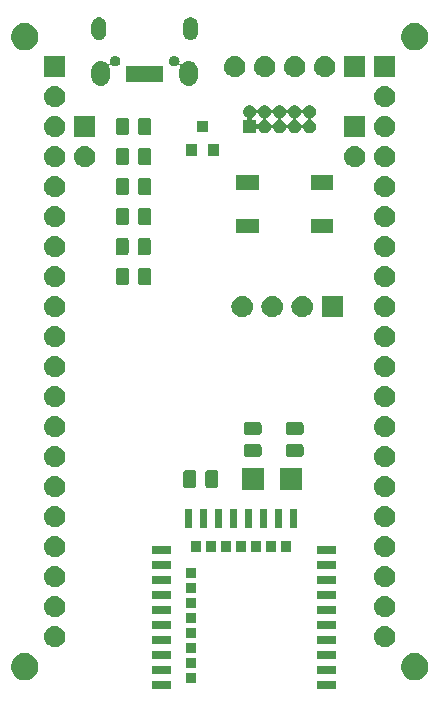
<source format=gbr>
G04 #@! TF.GenerationSoftware,KiCad,Pcbnew,5.0.1*
G04 #@! TF.CreationDate,2019-01-03T14:53:17+01:00*
G04 #@! TF.ProjectId,e73-c,6537332D632E6B696361645F70636200,rev?*
G04 #@! TF.SameCoordinates,Original*
G04 #@! TF.FileFunction,Soldermask,Top*
G04 #@! TF.FilePolarity,Negative*
%FSLAX46Y46*%
G04 Gerber Fmt 4.6, Leading zero omitted, Abs format (unit mm)*
G04 Created by KiCad (PCBNEW 5.0.1) date do 03 jan 2019 14:53:17 CET*
%MOMM*%
%LPD*%
G01*
G04 APERTURE LIST*
%ADD10C,0.100000*%
G04 APERTURE END LIST*
D10*
G36*
X160986000Y-108546000D02*
X159384000Y-108546000D01*
X159384000Y-107944000D01*
X160986000Y-107944000D01*
X160986000Y-108546000D01*
X160986000Y-108546000D01*
G37*
G36*
X146986000Y-108546000D02*
X145384000Y-108546000D01*
X145384000Y-107944000D01*
X146986000Y-107944000D01*
X146986000Y-108546000D01*
X146986000Y-108546000D01*
G37*
G36*
X149111000Y-108036000D02*
X148259000Y-108036000D01*
X148259000Y-107184000D01*
X149111000Y-107184000D01*
X149111000Y-108036000D01*
X149111000Y-108036000D01*
G37*
G36*
X167975734Y-105573232D02*
X168185202Y-105659996D01*
X168373723Y-105785962D01*
X168534038Y-105946277D01*
X168660004Y-106134798D01*
X168746768Y-106344266D01*
X168791000Y-106566635D01*
X168791000Y-106793365D01*
X168746768Y-107015734D01*
X168660004Y-107225202D01*
X168534038Y-107413723D01*
X168373723Y-107574038D01*
X168185202Y-107700004D01*
X167975734Y-107786768D01*
X167753365Y-107831000D01*
X167526635Y-107831000D01*
X167304266Y-107786768D01*
X167094798Y-107700004D01*
X166906277Y-107574038D01*
X166745962Y-107413723D01*
X166619996Y-107225202D01*
X166533232Y-107015734D01*
X166489000Y-106793365D01*
X166489000Y-106566635D01*
X166533232Y-106344266D01*
X166619996Y-106134798D01*
X166745962Y-105946277D01*
X166906277Y-105785962D01*
X167094798Y-105659996D01*
X167304266Y-105573232D01*
X167526635Y-105529000D01*
X167753365Y-105529000D01*
X167975734Y-105573232D01*
X167975734Y-105573232D01*
G37*
G36*
X134955734Y-105573232D02*
X135165202Y-105659996D01*
X135353723Y-105785962D01*
X135514038Y-105946277D01*
X135640004Y-106134798D01*
X135726768Y-106344266D01*
X135771000Y-106566635D01*
X135771000Y-106793365D01*
X135726768Y-107015734D01*
X135640004Y-107225202D01*
X135514038Y-107413723D01*
X135353723Y-107574038D01*
X135165202Y-107700004D01*
X134955734Y-107786768D01*
X134733365Y-107831000D01*
X134506635Y-107831000D01*
X134284266Y-107786768D01*
X134074798Y-107700004D01*
X133886277Y-107574038D01*
X133725962Y-107413723D01*
X133599996Y-107225202D01*
X133513232Y-107015734D01*
X133469000Y-106793365D01*
X133469000Y-106566635D01*
X133513232Y-106344266D01*
X133599996Y-106134798D01*
X133725962Y-105946277D01*
X133886277Y-105785962D01*
X134074798Y-105659996D01*
X134284266Y-105573232D01*
X134506635Y-105529000D01*
X134733365Y-105529000D01*
X134955734Y-105573232D01*
X134955734Y-105573232D01*
G37*
G36*
X146986000Y-107276000D02*
X145384000Y-107276000D01*
X145384000Y-106674000D01*
X146986000Y-106674000D01*
X146986000Y-107276000D01*
X146986000Y-107276000D01*
G37*
G36*
X160986000Y-107276000D02*
X159384000Y-107276000D01*
X159384000Y-106674000D01*
X160986000Y-106674000D01*
X160986000Y-107276000D01*
X160986000Y-107276000D01*
G37*
G36*
X149111000Y-106766000D02*
X148259000Y-106766000D01*
X148259000Y-105914000D01*
X149111000Y-105914000D01*
X149111000Y-106766000D01*
X149111000Y-106766000D01*
G37*
G36*
X146986000Y-106006000D02*
X145384000Y-106006000D01*
X145384000Y-105404000D01*
X146986000Y-105404000D01*
X146986000Y-106006000D01*
X146986000Y-106006000D01*
G37*
G36*
X160986000Y-106006000D02*
X159384000Y-106006000D01*
X159384000Y-105404000D01*
X160986000Y-105404000D01*
X160986000Y-106006000D01*
X160986000Y-106006000D01*
G37*
G36*
X149111000Y-105496000D02*
X148259000Y-105496000D01*
X148259000Y-104644000D01*
X149111000Y-104644000D01*
X149111000Y-105496000D01*
X149111000Y-105496000D01*
G37*
G36*
X137270443Y-103245519D02*
X137336627Y-103252037D01*
X137449853Y-103286384D01*
X137506467Y-103303557D01*
X137638255Y-103374000D01*
X137662991Y-103387222D01*
X137698729Y-103416552D01*
X137800186Y-103499814D01*
X137883448Y-103601271D01*
X137912778Y-103637009D01*
X137912779Y-103637011D01*
X137996443Y-103793533D01*
X137996443Y-103793534D01*
X138047963Y-103963373D01*
X138065359Y-104140000D01*
X138047963Y-104316627D01*
X138013616Y-104429853D01*
X137996443Y-104486467D01*
X137922348Y-104625087D01*
X137912778Y-104642991D01*
X137883448Y-104678729D01*
X137800186Y-104780186D01*
X137698729Y-104863448D01*
X137662991Y-104892778D01*
X137662989Y-104892779D01*
X137506467Y-104976443D01*
X137449853Y-104993616D01*
X137336627Y-105027963D01*
X137270442Y-105034482D01*
X137204260Y-105041000D01*
X137115740Y-105041000D01*
X137049557Y-105034481D01*
X136983373Y-105027963D01*
X136870147Y-104993616D01*
X136813533Y-104976443D01*
X136657011Y-104892779D01*
X136657009Y-104892778D01*
X136621271Y-104863448D01*
X136519814Y-104780186D01*
X136436552Y-104678729D01*
X136407222Y-104642991D01*
X136397652Y-104625087D01*
X136323557Y-104486467D01*
X136306384Y-104429853D01*
X136272037Y-104316627D01*
X136254641Y-104140000D01*
X136272037Y-103963373D01*
X136323557Y-103793534D01*
X136323557Y-103793533D01*
X136407221Y-103637011D01*
X136407222Y-103637009D01*
X136436552Y-103601271D01*
X136519814Y-103499814D01*
X136621271Y-103416552D01*
X136657009Y-103387222D01*
X136681745Y-103374000D01*
X136813533Y-103303557D01*
X136870147Y-103286384D01*
X136983373Y-103252037D01*
X137049558Y-103245518D01*
X137115740Y-103239000D01*
X137204260Y-103239000D01*
X137270443Y-103245519D01*
X137270443Y-103245519D01*
G37*
G36*
X165210443Y-103245519D02*
X165276627Y-103252037D01*
X165389853Y-103286384D01*
X165446467Y-103303557D01*
X165578255Y-103374000D01*
X165602991Y-103387222D01*
X165638729Y-103416552D01*
X165740186Y-103499814D01*
X165823448Y-103601271D01*
X165852778Y-103637009D01*
X165852779Y-103637011D01*
X165936443Y-103793533D01*
X165936443Y-103793534D01*
X165987963Y-103963373D01*
X166005359Y-104140000D01*
X165987963Y-104316627D01*
X165953616Y-104429853D01*
X165936443Y-104486467D01*
X165862348Y-104625087D01*
X165852778Y-104642991D01*
X165823448Y-104678729D01*
X165740186Y-104780186D01*
X165638729Y-104863448D01*
X165602991Y-104892778D01*
X165602989Y-104892779D01*
X165446467Y-104976443D01*
X165389853Y-104993616D01*
X165276627Y-105027963D01*
X165210442Y-105034482D01*
X165144260Y-105041000D01*
X165055740Y-105041000D01*
X164989557Y-105034481D01*
X164923373Y-105027963D01*
X164810147Y-104993616D01*
X164753533Y-104976443D01*
X164597011Y-104892779D01*
X164597009Y-104892778D01*
X164561271Y-104863448D01*
X164459814Y-104780186D01*
X164376552Y-104678729D01*
X164347222Y-104642991D01*
X164337652Y-104625087D01*
X164263557Y-104486467D01*
X164246384Y-104429853D01*
X164212037Y-104316627D01*
X164194641Y-104140000D01*
X164212037Y-103963373D01*
X164263557Y-103793534D01*
X164263557Y-103793533D01*
X164347221Y-103637011D01*
X164347222Y-103637009D01*
X164376552Y-103601271D01*
X164459814Y-103499814D01*
X164561271Y-103416552D01*
X164597009Y-103387222D01*
X164621745Y-103374000D01*
X164753533Y-103303557D01*
X164810147Y-103286384D01*
X164923373Y-103252037D01*
X164989558Y-103245518D01*
X165055740Y-103239000D01*
X165144260Y-103239000D01*
X165210443Y-103245519D01*
X165210443Y-103245519D01*
G37*
G36*
X160986000Y-104736000D02*
X159384000Y-104736000D01*
X159384000Y-104134000D01*
X160986000Y-104134000D01*
X160986000Y-104736000D01*
X160986000Y-104736000D01*
G37*
G36*
X146986000Y-104736000D02*
X145384000Y-104736000D01*
X145384000Y-104134000D01*
X146986000Y-104134000D01*
X146986000Y-104736000D01*
X146986000Y-104736000D01*
G37*
G36*
X149111000Y-104226000D02*
X148259000Y-104226000D01*
X148259000Y-103374000D01*
X149111000Y-103374000D01*
X149111000Y-104226000D01*
X149111000Y-104226000D01*
G37*
G36*
X160986000Y-103466000D02*
X159384000Y-103466000D01*
X159384000Y-102864000D01*
X160986000Y-102864000D01*
X160986000Y-103466000D01*
X160986000Y-103466000D01*
G37*
G36*
X146986000Y-103466000D02*
X145384000Y-103466000D01*
X145384000Y-102864000D01*
X146986000Y-102864000D01*
X146986000Y-103466000D01*
X146986000Y-103466000D01*
G37*
G36*
X149111000Y-102956000D02*
X148259000Y-102956000D01*
X148259000Y-102104000D01*
X149111000Y-102104000D01*
X149111000Y-102956000D01*
X149111000Y-102956000D01*
G37*
G36*
X165210443Y-100705519D02*
X165276627Y-100712037D01*
X165389853Y-100746384D01*
X165446467Y-100763557D01*
X165578255Y-100834000D01*
X165602991Y-100847222D01*
X165638729Y-100876552D01*
X165740186Y-100959814D01*
X165823448Y-101061271D01*
X165852778Y-101097009D01*
X165852779Y-101097011D01*
X165936443Y-101253533D01*
X165936443Y-101253534D01*
X165987963Y-101423373D01*
X166005359Y-101600000D01*
X165987963Y-101776627D01*
X165953616Y-101889853D01*
X165936443Y-101946467D01*
X165862348Y-102085087D01*
X165852778Y-102102991D01*
X165823448Y-102138729D01*
X165740186Y-102240186D01*
X165638729Y-102323448D01*
X165602991Y-102352778D01*
X165602989Y-102352779D01*
X165446467Y-102436443D01*
X165389853Y-102453616D01*
X165276627Y-102487963D01*
X165210442Y-102494482D01*
X165144260Y-102501000D01*
X165055740Y-102501000D01*
X164989558Y-102494482D01*
X164923373Y-102487963D01*
X164810147Y-102453616D01*
X164753533Y-102436443D01*
X164597011Y-102352779D01*
X164597009Y-102352778D01*
X164561271Y-102323448D01*
X164459814Y-102240186D01*
X164376552Y-102138729D01*
X164347222Y-102102991D01*
X164337652Y-102085087D01*
X164263557Y-101946467D01*
X164246384Y-101889853D01*
X164212037Y-101776627D01*
X164194641Y-101600000D01*
X164212037Y-101423373D01*
X164263557Y-101253534D01*
X164263557Y-101253533D01*
X164347221Y-101097011D01*
X164347222Y-101097009D01*
X164376552Y-101061271D01*
X164459814Y-100959814D01*
X164561271Y-100876552D01*
X164597009Y-100847222D01*
X164621745Y-100834000D01*
X164753533Y-100763557D01*
X164810147Y-100746384D01*
X164923373Y-100712037D01*
X164989557Y-100705519D01*
X165055740Y-100699000D01*
X165144260Y-100699000D01*
X165210443Y-100705519D01*
X165210443Y-100705519D01*
G37*
G36*
X137270443Y-100705519D02*
X137336627Y-100712037D01*
X137449853Y-100746384D01*
X137506467Y-100763557D01*
X137638255Y-100834000D01*
X137662991Y-100847222D01*
X137698729Y-100876552D01*
X137800186Y-100959814D01*
X137883448Y-101061271D01*
X137912778Y-101097009D01*
X137912779Y-101097011D01*
X137996443Y-101253533D01*
X137996443Y-101253534D01*
X138047963Y-101423373D01*
X138065359Y-101600000D01*
X138047963Y-101776627D01*
X138013616Y-101889853D01*
X137996443Y-101946467D01*
X137922348Y-102085087D01*
X137912778Y-102102991D01*
X137883448Y-102138729D01*
X137800186Y-102240186D01*
X137698729Y-102323448D01*
X137662991Y-102352778D01*
X137662989Y-102352779D01*
X137506467Y-102436443D01*
X137449853Y-102453616D01*
X137336627Y-102487963D01*
X137270442Y-102494482D01*
X137204260Y-102501000D01*
X137115740Y-102501000D01*
X137049558Y-102494482D01*
X136983373Y-102487963D01*
X136870147Y-102453616D01*
X136813533Y-102436443D01*
X136657011Y-102352779D01*
X136657009Y-102352778D01*
X136621271Y-102323448D01*
X136519814Y-102240186D01*
X136436552Y-102138729D01*
X136407222Y-102102991D01*
X136397652Y-102085087D01*
X136323557Y-101946467D01*
X136306384Y-101889853D01*
X136272037Y-101776627D01*
X136254641Y-101600000D01*
X136272037Y-101423373D01*
X136323557Y-101253534D01*
X136323557Y-101253533D01*
X136407221Y-101097011D01*
X136407222Y-101097009D01*
X136436552Y-101061271D01*
X136519814Y-100959814D01*
X136621271Y-100876552D01*
X136657009Y-100847222D01*
X136681745Y-100834000D01*
X136813533Y-100763557D01*
X136870147Y-100746384D01*
X136983373Y-100712037D01*
X137049557Y-100705519D01*
X137115740Y-100699000D01*
X137204260Y-100699000D01*
X137270443Y-100705519D01*
X137270443Y-100705519D01*
G37*
G36*
X160986000Y-102196000D02*
X159384000Y-102196000D01*
X159384000Y-101594000D01*
X160986000Y-101594000D01*
X160986000Y-102196000D01*
X160986000Y-102196000D01*
G37*
G36*
X146986000Y-102196000D02*
X145384000Y-102196000D01*
X145384000Y-101594000D01*
X146986000Y-101594000D01*
X146986000Y-102196000D01*
X146986000Y-102196000D01*
G37*
G36*
X149111000Y-101686000D02*
X148259000Y-101686000D01*
X148259000Y-100834000D01*
X149111000Y-100834000D01*
X149111000Y-101686000D01*
X149111000Y-101686000D01*
G37*
G36*
X160986000Y-100926000D02*
X159384000Y-100926000D01*
X159384000Y-100324000D01*
X160986000Y-100324000D01*
X160986000Y-100926000D01*
X160986000Y-100926000D01*
G37*
G36*
X146986000Y-100926000D02*
X145384000Y-100926000D01*
X145384000Y-100324000D01*
X146986000Y-100324000D01*
X146986000Y-100926000D01*
X146986000Y-100926000D01*
G37*
G36*
X149111000Y-100416000D02*
X148259000Y-100416000D01*
X148259000Y-99564000D01*
X149111000Y-99564000D01*
X149111000Y-100416000D01*
X149111000Y-100416000D01*
G37*
G36*
X165210443Y-98165519D02*
X165276627Y-98172037D01*
X165389853Y-98206384D01*
X165446467Y-98223557D01*
X165578255Y-98294000D01*
X165602991Y-98307222D01*
X165638729Y-98336552D01*
X165740186Y-98419814D01*
X165823448Y-98521271D01*
X165852778Y-98557009D01*
X165852779Y-98557011D01*
X165936443Y-98713533D01*
X165936443Y-98713534D01*
X165987963Y-98883373D01*
X166005359Y-99060000D01*
X165987963Y-99236627D01*
X165953616Y-99349853D01*
X165936443Y-99406467D01*
X165862348Y-99545087D01*
X165852778Y-99562991D01*
X165823448Y-99598729D01*
X165740186Y-99700186D01*
X165638729Y-99783448D01*
X165602991Y-99812778D01*
X165602989Y-99812779D01*
X165446467Y-99896443D01*
X165389853Y-99913616D01*
X165276627Y-99947963D01*
X165210443Y-99954481D01*
X165144260Y-99961000D01*
X165055740Y-99961000D01*
X164989557Y-99954481D01*
X164923373Y-99947963D01*
X164810147Y-99913616D01*
X164753533Y-99896443D01*
X164597011Y-99812779D01*
X164597009Y-99812778D01*
X164561271Y-99783448D01*
X164459814Y-99700186D01*
X164376552Y-99598729D01*
X164347222Y-99562991D01*
X164337652Y-99545087D01*
X164263557Y-99406467D01*
X164246384Y-99349853D01*
X164212037Y-99236627D01*
X164194641Y-99060000D01*
X164212037Y-98883373D01*
X164263557Y-98713534D01*
X164263557Y-98713533D01*
X164347221Y-98557011D01*
X164347222Y-98557009D01*
X164376552Y-98521271D01*
X164459814Y-98419814D01*
X164561271Y-98336552D01*
X164597009Y-98307222D01*
X164621745Y-98294000D01*
X164753533Y-98223557D01*
X164810147Y-98206384D01*
X164923373Y-98172037D01*
X164989557Y-98165519D01*
X165055740Y-98159000D01*
X165144260Y-98159000D01*
X165210443Y-98165519D01*
X165210443Y-98165519D01*
G37*
G36*
X137270443Y-98165519D02*
X137336627Y-98172037D01*
X137449853Y-98206384D01*
X137506467Y-98223557D01*
X137638255Y-98294000D01*
X137662991Y-98307222D01*
X137698729Y-98336552D01*
X137800186Y-98419814D01*
X137883448Y-98521271D01*
X137912778Y-98557009D01*
X137912779Y-98557011D01*
X137996443Y-98713533D01*
X137996443Y-98713534D01*
X138047963Y-98883373D01*
X138065359Y-99060000D01*
X138047963Y-99236627D01*
X138013616Y-99349853D01*
X137996443Y-99406467D01*
X137922348Y-99545087D01*
X137912778Y-99562991D01*
X137883448Y-99598729D01*
X137800186Y-99700186D01*
X137698729Y-99783448D01*
X137662991Y-99812778D01*
X137662989Y-99812779D01*
X137506467Y-99896443D01*
X137449853Y-99913616D01*
X137336627Y-99947963D01*
X137270443Y-99954481D01*
X137204260Y-99961000D01*
X137115740Y-99961000D01*
X137049557Y-99954481D01*
X136983373Y-99947963D01*
X136870147Y-99913616D01*
X136813533Y-99896443D01*
X136657011Y-99812779D01*
X136657009Y-99812778D01*
X136621271Y-99783448D01*
X136519814Y-99700186D01*
X136436552Y-99598729D01*
X136407222Y-99562991D01*
X136397652Y-99545087D01*
X136323557Y-99406467D01*
X136306384Y-99349853D01*
X136272037Y-99236627D01*
X136254641Y-99060000D01*
X136272037Y-98883373D01*
X136323557Y-98713534D01*
X136323557Y-98713533D01*
X136407221Y-98557011D01*
X136407222Y-98557009D01*
X136436552Y-98521271D01*
X136519814Y-98419814D01*
X136621271Y-98336552D01*
X136657009Y-98307222D01*
X136681745Y-98294000D01*
X136813533Y-98223557D01*
X136870147Y-98206384D01*
X136983373Y-98172037D01*
X137049557Y-98165519D01*
X137115740Y-98159000D01*
X137204260Y-98159000D01*
X137270443Y-98165519D01*
X137270443Y-98165519D01*
G37*
G36*
X160986000Y-99656000D02*
X159384000Y-99656000D01*
X159384000Y-99054000D01*
X160986000Y-99054000D01*
X160986000Y-99656000D01*
X160986000Y-99656000D01*
G37*
G36*
X146986000Y-99656000D02*
X145384000Y-99656000D01*
X145384000Y-99054000D01*
X146986000Y-99054000D01*
X146986000Y-99656000D01*
X146986000Y-99656000D01*
G37*
G36*
X149111000Y-99146000D02*
X148259000Y-99146000D01*
X148259000Y-98294000D01*
X149111000Y-98294000D01*
X149111000Y-99146000D01*
X149111000Y-99146000D01*
G37*
G36*
X160986000Y-98386000D02*
X159384000Y-98386000D01*
X159384000Y-97784000D01*
X160986000Y-97784000D01*
X160986000Y-98386000D01*
X160986000Y-98386000D01*
G37*
G36*
X146986000Y-98386000D02*
X145384000Y-98386000D01*
X145384000Y-97784000D01*
X146986000Y-97784000D01*
X146986000Y-98386000D01*
X146986000Y-98386000D01*
G37*
G36*
X137270442Y-95625518D02*
X137336627Y-95632037D01*
X137449853Y-95666384D01*
X137506467Y-95683557D01*
X137645087Y-95757652D01*
X137662991Y-95767222D01*
X137698729Y-95796552D01*
X137800186Y-95879814D01*
X137883448Y-95981271D01*
X137912778Y-96017009D01*
X137912779Y-96017011D01*
X137996443Y-96173533D01*
X137996443Y-96173534D01*
X138047963Y-96343373D01*
X138065359Y-96520000D01*
X138047963Y-96696627D01*
X138013616Y-96809853D01*
X137996443Y-96866467D01*
X137922348Y-97005087D01*
X137912778Y-97022991D01*
X137883448Y-97058729D01*
X137800186Y-97160186D01*
X137698729Y-97243448D01*
X137662991Y-97272778D01*
X137662989Y-97272779D01*
X137506467Y-97356443D01*
X137449853Y-97373616D01*
X137336627Y-97407963D01*
X137270442Y-97414482D01*
X137204260Y-97421000D01*
X137115740Y-97421000D01*
X137049558Y-97414482D01*
X136983373Y-97407963D01*
X136870147Y-97373616D01*
X136813533Y-97356443D01*
X136657011Y-97272779D01*
X136657009Y-97272778D01*
X136621271Y-97243448D01*
X136519814Y-97160186D01*
X136436552Y-97058729D01*
X136407222Y-97022991D01*
X136397652Y-97005087D01*
X136323557Y-96866467D01*
X136306384Y-96809853D01*
X136272037Y-96696627D01*
X136254641Y-96520000D01*
X136272037Y-96343373D01*
X136323557Y-96173534D01*
X136323557Y-96173533D01*
X136407221Y-96017011D01*
X136407222Y-96017009D01*
X136436552Y-95981271D01*
X136519814Y-95879814D01*
X136621271Y-95796552D01*
X136657009Y-95767222D01*
X136674913Y-95757652D01*
X136813533Y-95683557D01*
X136870147Y-95666384D01*
X136983373Y-95632037D01*
X137049558Y-95625518D01*
X137115740Y-95619000D01*
X137204260Y-95619000D01*
X137270442Y-95625518D01*
X137270442Y-95625518D01*
G37*
G36*
X165210442Y-95625518D02*
X165276627Y-95632037D01*
X165389853Y-95666384D01*
X165446467Y-95683557D01*
X165585087Y-95757652D01*
X165602991Y-95767222D01*
X165638729Y-95796552D01*
X165740186Y-95879814D01*
X165823448Y-95981271D01*
X165852778Y-96017009D01*
X165852779Y-96017011D01*
X165936443Y-96173533D01*
X165936443Y-96173534D01*
X165987963Y-96343373D01*
X166005359Y-96520000D01*
X165987963Y-96696627D01*
X165953616Y-96809853D01*
X165936443Y-96866467D01*
X165862348Y-97005087D01*
X165852778Y-97022991D01*
X165823448Y-97058729D01*
X165740186Y-97160186D01*
X165638729Y-97243448D01*
X165602991Y-97272778D01*
X165602989Y-97272779D01*
X165446467Y-97356443D01*
X165389853Y-97373616D01*
X165276627Y-97407963D01*
X165210442Y-97414482D01*
X165144260Y-97421000D01*
X165055740Y-97421000D01*
X164989558Y-97414482D01*
X164923373Y-97407963D01*
X164810147Y-97373616D01*
X164753533Y-97356443D01*
X164597011Y-97272779D01*
X164597009Y-97272778D01*
X164561271Y-97243448D01*
X164459814Y-97160186D01*
X164376552Y-97058729D01*
X164347222Y-97022991D01*
X164337652Y-97005087D01*
X164263557Y-96866467D01*
X164246384Y-96809853D01*
X164212037Y-96696627D01*
X164194641Y-96520000D01*
X164212037Y-96343373D01*
X164263557Y-96173534D01*
X164263557Y-96173533D01*
X164347221Y-96017011D01*
X164347222Y-96017009D01*
X164376552Y-95981271D01*
X164459814Y-95879814D01*
X164561271Y-95796552D01*
X164597009Y-95767222D01*
X164614913Y-95757652D01*
X164753533Y-95683557D01*
X164810147Y-95666384D01*
X164923373Y-95632037D01*
X164989558Y-95625518D01*
X165055740Y-95619000D01*
X165144260Y-95619000D01*
X165210442Y-95625518D01*
X165210442Y-95625518D01*
G37*
G36*
X160986000Y-97116000D02*
X159384000Y-97116000D01*
X159384000Y-96514000D01*
X160986000Y-96514000D01*
X160986000Y-97116000D01*
X160986000Y-97116000D01*
G37*
G36*
X146986000Y-97116000D02*
X145384000Y-97116000D01*
X145384000Y-96514000D01*
X146986000Y-96514000D01*
X146986000Y-97116000D01*
X146986000Y-97116000D01*
G37*
G36*
X149546000Y-96941000D02*
X148694000Y-96941000D01*
X148694000Y-96089000D01*
X149546000Y-96089000D01*
X149546000Y-96941000D01*
X149546000Y-96941000D01*
G37*
G36*
X152086000Y-96941000D02*
X151234000Y-96941000D01*
X151234000Y-96089000D01*
X152086000Y-96089000D01*
X152086000Y-96941000D01*
X152086000Y-96941000D01*
G37*
G36*
X153356000Y-96941000D02*
X152504000Y-96941000D01*
X152504000Y-96089000D01*
X153356000Y-96089000D01*
X153356000Y-96941000D01*
X153356000Y-96941000D01*
G37*
G36*
X154626000Y-96941000D02*
X153774000Y-96941000D01*
X153774000Y-96089000D01*
X154626000Y-96089000D01*
X154626000Y-96941000D01*
X154626000Y-96941000D01*
G37*
G36*
X157166000Y-96941000D02*
X156314000Y-96941000D01*
X156314000Y-96089000D01*
X157166000Y-96089000D01*
X157166000Y-96941000D01*
X157166000Y-96941000D01*
G37*
G36*
X150816000Y-96941000D02*
X149964000Y-96941000D01*
X149964000Y-96089000D01*
X150816000Y-96089000D01*
X150816000Y-96941000D01*
X150816000Y-96941000D01*
G37*
G36*
X155896000Y-96941000D02*
X155044000Y-96941000D01*
X155044000Y-96089000D01*
X155896000Y-96089000D01*
X155896000Y-96941000D01*
X155896000Y-96941000D01*
G37*
G36*
X150056000Y-94916000D02*
X149454000Y-94916000D01*
X149454000Y-93314000D01*
X150056000Y-93314000D01*
X150056000Y-94916000D01*
X150056000Y-94916000D01*
G37*
G36*
X157676000Y-94916000D02*
X157074000Y-94916000D01*
X157074000Y-93314000D01*
X157676000Y-93314000D01*
X157676000Y-94916000D01*
X157676000Y-94916000D01*
G37*
G36*
X156406000Y-94916000D02*
X155804000Y-94916000D01*
X155804000Y-93314000D01*
X156406000Y-93314000D01*
X156406000Y-94916000D01*
X156406000Y-94916000D01*
G37*
G36*
X155136000Y-94916000D02*
X154534000Y-94916000D01*
X154534000Y-93314000D01*
X155136000Y-93314000D01*
X155136000Y-94916000D01*
X155136000Y-94916000D01*
G37*
G36*
X152596000Y-94916000D02*
X151994000Y-94916000D01*
X151994000Y-93314000D01*
X152596000Y-93314000D01*
X152596000Y-94916000D01*
X152596000Y-94916000D01*
G37*
G36*
X148786000Y-94916000D02*
X148184000Y-94916000D01*
X148184000Y-93314000D01*
X148786000Y-93314000D01*
X148786000Y-94916000D01*
X148786000Y-94916000D01*
G37*
G36*
X151326000Y-94916000D02*
X150724000Y-94916000D01*
X150724000Y-93314000D01*
X151326000Y-93314000D01*
X151326000Y-94916000D01*
X151326000Y-94916000D01*
G37*
G36*
X153866000Y-94916000D02*
X153264000Y-94916000D01*
X153264000Y-93314000D01*
X153866000Y-93314000D01*
X153866000Y-94916000D01*
X153866000Y-94916000D01*
G37*
G36*
X137270443Y-93085519D02*
X137336627Y-93092037D01*
X137449853Y-93126384D01*
X137506467Y-93143557D01*
X137645087Y-93217652D01*
X137662991Y-93227222D01*
X137698729Y-93256552D01*
X137800186Y-93339814D01*
X137883448Y-93441271D01*
X137912778Y-93477009D01*
X137912779Y-93477011D01*
X137996443Y-93633533D01*
X137996443Y-93633534D01*
X138047963Y-93803373D01*
X138065359Y-93980000D01*
X138047963Y-94156627D01*
X138013616Y-94269853D01*
X137996443Y-94326467D01*
X137922348Y-94465087D01*
X137912778Y-94482991D01*
X137883448Y-94518729D01*
X137800186Y-94620186D01*
X137698729Y-94703448D01*
X137662991Y-94732778D01*
X137662989Y-94732779D01*
X137506467Y-94816443D01*
X137449853Y-94833616D01*
X137336627Y-94867963D01*
X137270443Y-94874481D01*
X137204260Y-94881000D01*
X137115740Y-94881000D01*
X137049557Y-94874481D01*
X136983373Y-94867963D01*
X136870147Y-94833616D01*
X136813533Y-94816443D01*
X136657011Y-94732779D01*
X136657009Y-94732778D01*
X136621271Y-94703448D01*
X136519814Y-94620186D01*
X136436552Y-94518729D01*
X136407222Y-94482991D01*
X136397652Y-94465087D01*
X136323557Y-94326467D01*
X136306384Y-94269853D01*
X136272037Y-94156627D01*
X136254641Y-93980000D01*
X136272037Y-93803373D01*
X136323557Y-93633534D01*
X136323557Y-93633533D01*
X136407221Y-93477011D01*
X136407222Y-93477009D01*
X136436552Y-93441271D01*
X136519814Y-93339814D01*
X136621271Y-93256552D01*
X136657009Y-93227222D01*
X136674913Y-93217652D01*
X136813533Y-93143557D01*
X136870147Y-93126384D01*
X136983373Y-93092037D01*
X137049557Y-93085519D01*
X137115740Y-93079000D01*
X137204260Y-93079000D01*
X137270443Y-93085519D01*
X137270443Y-93085519D01*
G37*
G36*
X165210443Y-93085519D02*
X165276627Y-93092037D01*
X165389853Y-93126384D01*
X165446467Y-93143557D01*
X165585087Y-93217652D01*
X165602991Y-93227222D01*
X165638729Y-93256552D01*
X165740186Y-93339814D01*
X165823448Y-93441271D01*
X165852778Y-93477009D01*
X165852779Y-93477011D01*
X165936443Y-93633533D01*
X165936443Y-93633534D01*
X165987963Y-93803373D01*
X166005359Y-93980000D01*
X165987963Y-94156627D01*
X165953616Y-94269853D01*
X165936443Y-94326467D01*
X165862348Y-94465087D01*
X165852778Y-94482991D01*
X165823448Y-94518729D01*
X165740186Y-94620186D01*
X165638729Y-94703448D01*
X165602991Y-94732778D01*
X165602989Y-94732779D01*
X165446467Y-94816443D01*
X165389853Y-94833616D01*
X165276627Y-94867963D01*
X165210443Y-94874481D01*
X165144260Y-94881000D01*
X165055740Y-94881000D01*
X164989557Y-94874481D01*
X164923373Y-94867963D01*
X164810147Y-94833616D01*
X164753533Y-94816443D01*
X164597011Y-94732779D01*
X164597009Y-94732778D01*
X164561271Y-94703448D01*
X164459814Y-94620186D01*
X164376552Y-94518729D01*
X164347222Y-94482991D01*
X164337652Y-94465087D01*
X164263557Y-94326467D01*
X164246384Y-94269853D01*
X164212037Y-94156627D01*
X164194641Y-93980000D01*
X164212037Y-93803373D01*
X164263557Y-93633534D01*
X164263557Y-93633533D01*
X164347221Y-93477011D01*
X164347222Y-93477009D01*
X164376552Y-93441271D01*
X164459814Y-93339814D01*
X164561271Y-93256552D01*
X164597009Y-93227222D01*
X164614913Y-93217652D01*
X164753533Y-93143557D01*
X164810147Y-93126384D01*
X164923373Y-93092037D01*
X164989557Y-93085519D01*
X165055740Y-93079000D01*
X165144260Y-93079000D01*
X165210443Y-93085519D01*
X165210443Y-93085519D01*
G37*
G36*
X165210443Y-90545519D02*
X165276627Y-90552037D01*
X165389853Y-90586384D01*
X165446467Y-90603557D01*
X165585087Y-90677652D01*
X165602991Y-90687222D01*
X165638729Y-90716552D01*
X165740186Y-90799814D01*
X165823448Y-90901271D01*
X165852778Y-90937009D01*
X165852779Y-90937011D01*
X165936443Y-91093533D01*
X165936443Y-91093534D01*
X165987963Y-91263373D01*
X166005359Y-91440000D01*
X165987963Y-91616627D01*
X165953616Y-91729853D01*
X165936443Y-91786467D01*
X165862348Y-91925087D01*
X165852778Y-91942991D01*
X165823448Y-91978729D01*
X165740186Y-92080186D01*
X165638729Y-92163448D01*
X165602991Y-92192778D01*
X165602989Y-92192779D01*
X165446467Y-92276443D01*
X165389853Y-92293616D01*
X165276627Y-92327963D01*
X165210443Y-92334481D01*
X165144260Y-92341000D01*
X165055740Y-92341000D01*
X164989557Y-92334481D01*
X164923373Y-92327963D01*
X164810147Y-92293616D01*
X164753533Y-92276443D01*
X164597011Y-92192779D01*
X164597009Y-92192778D01*
X164561271Y-92163448D01*
X164459814Y-92080186D01*
X164376552Y-91978729D01*
X164347222Y-91942991D01*
X164337652Y-91925087D01*
X164263557Y-91786467D01*
X164246384Y-91729853D01*
X164212037Y-91616627D01*
X164194641Y-91440000D01*
X164212037Y-91263373D01*
X164263557Y-91093534D01*
X164263557Y-91093533D01*
X164347221Y-90937011D01*
X164347222Y-90937009D01*
X164376552Y-90901271D01*
X164459814Y-90799814D01*
X164561271Y-90716552D01*
X164597009Y-90687222D01*
X164614913Y-90677652D01*
X164753533Y-90603557D01*
X164810147Y-90586384D01*
X164923373Y-90552037D01*
X164989558Y-90545518D01*
X165055740Y-90539000D01*
X165144260Y-90539000D01*
X165210443Y-90545519D01*
X165210443Y-90545519D01*
G37*
G36*
X137270443Y-90545519D02*
X137336627Y-90552037D01*
X137449853Y-90586384D01*
X137506467Y-90603557D01*
X137645087Y-90677652D01*
X137662991Y-90687222D01*
X137698729Y-90716552D01*
X137800186Y-90799814D01*
X137883448Y-90901271D01*
X137912778Y-90937009D01*
X137912779Y-90937011D01*
X137996443Y-91093533D01*
X137996443Y-91093534D01*
X138047963Y-91263373D01*
X138065359Y-91440000D01*
X138047963Y-91616627D01*
X138013616Y-91729853D01*
X137996443Y-91786467D01*
X137922348Y-91925087D01*
X137912778Y-91942991D01*
X137883448Y-91978729D01*
X137800186Y-92080186D01*
X137698729Y-92163448D01*
X137662991Y-92192778D01*
X137662989Y-92192779D01*
X137506467Y-92276443D01*
X137449853Y-92293616D01*
X137336627Y-92327963D01*
X137270443Y-92334481D01*
X137204260Y-92341000D01*
X137115740Y-92341000D01*
X137049557Y-92334481D01*
X136983373Y-92327963D01*
X136870147Y-92293616D01*
X136813533Y-92276443D01*
X136657011Y-92192779D01*
X136657009Y-92192778D01*
X136621271Y-92163448D01*
X136519814Y-92080186D01*
X136436552Y-91978729D01*
X136407222Y-91942991D01*
X136397652Y-91925087D01*
X136323557Y-91786467D01*
X136306384Y-91729853D01*
X136272037Y-91616627D01*
X136254641Y-91440000D01*
X136272037Y-91263373D01*
X136323557Y-91093534D01*
X136323557Y-91093533D01*
X136407221Y-90937011D01*
X136407222Y-90937009D01*
X136436552Y-90901271D01*
X136519814Y-90799814D01*
X136621271Y-90716552D01*
X136657009Y-90687222D01*
X136674913Y-90677652D01*
X136813533Y-90603557D01*
X136870147Y-90586384D01*
X136983373Y-90552037D01*
X137049557Y-90545519D01*
X137115740Y-90539000D01*
X137204260Y-90539000D01*
X137270443Y-90545519D01*
X137270443Y-90545519D01*
G37*
G36*
X154876000Y-91756000D02*
X153024000Y-91756000D01*
X153024000Y-89854000D01*
X154876000Y-89854000D01*
X154876000Y-91756000D01*
X154876000Y-91756000D01*
G37*
G36*
X158126000Y-91756000D02*
X156274000Y-91756000D01*
X156274000Y-89854000D01*
X158126000Y-89854000D01*
X158126000Y-91756000D01*
X158126000Y-91756000D01*
G37*
G36*
X148961966Y-90058565D02*
X149000637Y-90070296D01*
X149036279Y-90089348D01*
X149067517Y-90114983D01*
X149093152Y-90146221D01*
X149112204Y-90181863D01*
X149123935Y-90220534D01*
X149128500Y-90266888D01*
X149128500Y-91343112D01*
X149123935Y-91389466D01*
X149112204Y-91428137D01*
X149093152Y-91463779D01*
X149067517Y-91495017D01*
X149036279Y-91520652D01*
X149000637Y-91539704D01*
X148961966Y-91551435D01*
X148915612Y-91556000D01*
X148264388Y-91556000D01*
X148218034Y-91551435D01*
X148179363Y-91539704D01*
X148143721Y-91520652D01*
X148112483Y-91495017D01*
X148086848Y-91463779D01*
X148067796Y-91428137D01*
X148056065Y-91389466D01*
X148051500Y-91343112D01*
X148051500Y-90266888D01*
X148056065Y-90220534D01*
X148067796Y-90181863D01*
X148086848Y-90146221D01*
X148112483Y-90114983D01*
X148143721Y-90089348D01*
X148179363Y-90070296D01*
X148218034Y-90058565D01*
X148264388Y-90054000D01*
X148915612Y-90054000D01*
X148961966Y-90058565D01*
X148961966Y-90058565D01*
G37*
G36*
X150836966Y-90058565D02*
X150875637Y-90070296D01*
X150911279Y-90089348D01*
X150942517Y-90114983D01*
X150968152Y-90146221D01*
X150987204Y-90181863D01*
X150998935Y-90220534D01*
X151003500Y-90266888D01*
X151003500Y-91343112D01*
X150998935Y-91389466D01*
X150987204Y-91428137D01*
X150968152Y-91463779D01*
X150942517Y-91495017D01*
X150911279Y-91520652D01*
X150875637Y-91539704D01*
X150836966Y-91551435D01*
X150790612Y-91556000D01*
X150139388Y-91556000D01*
X150093034Y-91551435D01*
X150054363Y-91539704D01*
X150018721Y-91520652D01*
X149987483Y-91495017D01*
X149961848Y-91463779D01*
X149942796Y-91428137D01*
X149931065Y-91389466D01*
X149926500Y-91343112D01*
X149926500Y-90266888D01*
X149931065Y-90220534D01*
X149942796Y-90181863D01*
X149961848Y-90146221D01*
X149987483Y-90114983D01*
X150018721Y-90089348D01*
X150054363Y-90070296D01*
X150093034Y-90058565D01*
X150139388Y-90054000D01*
X150790612Y-90054000D01*
X150836966Y-90058565D01*
X150836966Y-90058565D01*
G37*
G36*
X165210443Y-88005519D02*
X165276627Y-88012037D01*
X165389853Y-88046384D01*
X165446467Y-88063557D01*
X165585087Y-88137652D01*
X165602991Y-88147222D01*
X165638729Y-88176552D01*
X165740186Y-88259814D01*
X165823448Y-88361271D01*
X165852778Y-88397009D01*
X165852779Y-88397011D01*
X165936443Y-88553533D01*
X165936443Y-88553534D01*
X165987963Y-88723373D01*
X166005359Y-88900000D01*
X165987963Y-89076627D01*
X165953616Y-89189853D01*
X165936443Y-89246467D01*
X165862348Y-89385087D01*
X165852778Y-89402991D01*
X165823448Y-89438729D01*
X165740186Y-89540186D01*
X165638729Y-89623448D01*
X165602991Y-89652778D01*
X165602989Y-89652779D01*
X165446467Y-89736443D01*
X165389853Y-89753616D01*
X165276627Y-89787963D01*
X165210443Y-89794481D01*
X165144260Y-89801000D01*
X165055740Y-89801000D01*
X164989557Y-89794481D01*
X164923373Y-89787963D01*
X164810147Y-89753616D01*
X164753533Y-89736443D01*
X164597011Y-89652779D01*
X164597009Y-89652778D01*
X164561271Y-89623448D01*
X164459814Y-89540186D01*
X164376552Y-89438729D01*
X164347222Y-89402991D01*
X164337652Y-89385087D01*
X164263557Y-89246467D01*
X164246384Y-89189853D01*
X164212037Y-89076627D01*
X164194641Y-88900000D01*
X164212037Y-88723373D01*
X164263557Y-88553534D01*
X164263557Y-88553533D01*
X164347221Y-88397011D01*
X164347222Y-88397009D01*
X164376552Y-88361271D01*
X164459814Y-88259814D01*
X164561271Y-88176552D01*
X164597009Y-88147222D01*
X164614913Y-88137652D01*
X164753533Y-88063557D01*
X164810147Y-88046384D01*
X164923373Y-88012037D01*
X164989557Y-88005519D01*
X165055740Y-87999000D01*
X165144260Y-87999000D01*
X165210443Y-88005519D01*
X165210443Y-88005519D01*
G37*
G36*
X137270443Y-88005519D02*
X137336627Y-88012037D01*
X137449853Y-88046384D01*
X137506467Y-88063557D01*
X137645087Y-88137652D01*
X137662991Y-88147222D01*
X137698729Y-88176552D01*
X137800186Y-88259814D01*
X137883448Y-88361271D01*
X137912778Y-88397009D01*
X137912779Y-88397011D01*
X137996443Y-88553533D01*
X137996443Y-88553534D01*
X138047963Y-88723373D01*
X138065359Y-88900000D01*
X138047963Y-89076627D01*
X138013616Y-89189853D01*
X137996443Y-89246467D01*
X137922348Y-89385087D01*
X137912778Y-89402991D01*
X137883448Y-89438729D01*
X137800186Y-89540186D01*
X137698729Y-89623448D01*
X137662991Y-89652778D01*
X137662989Y-89652779D01*
X137506467Y-89736443D01*
X137449853Y-89753616D01*
X137336627Y-89787963D01*
X137270443Y-89794481D01*
X137204260Y-89801000D01*
X137115740Y-89801000D01*
X137049557Y-89794481D01*
X136983373Y-89787963D01*
X136870147Y-89753616D01*
X136813533Y-89736443D01*
X136657011Y-89652779D01*
X136657009Y-89652778D01*
X136621271Y-89623448D01*
X136519814Y-89540186D01*
X136436552Y-89438729D01*
X136407222Y-89402991D01*
X136397652Y-89385087D01*
X136323557Y-89246467D01*
X136306384Y-89189853D01*
X136272037Y-89076627D01*
X136254641Y-88900000D01*
X136272037Y-88723373D01*
X136323557Y-88553534D01*
X136323557Y-88553533D01*
X136407221Y-88397011D01*
X136407222Y-88397009D01*
X136436552Y-88361271D01*
X136519814Y-88259814D01*
X136621271Y-88176552D01*
X136657009Y-88147222D01*
X136674913Y-88137652D01*
X136813533Y-88063557D01*
X136870147Y-88046384D01*
X136983373Y-88012037D01*
X137049557Y-88005519D01*
X137115740Y-87999000D01*
X137204260Y-87999000D01*
X137270443Y-88005519D01*
X137270443Y-88005519D01*
G37*
G36*
X154508466Y-87858065D02*
X154547137Y-87869796D01*
X154582779Y-87888848D01*
X154614017Y-87914483D01*
X154639652Y-87945721D01*
X154658704Y-87981363D01*
X154670435Y-88020034D01*
X154675000Y-88066388D01*
X154675000Y-88717612D01*
X154670435Y-88763966D01*
X154658704Y-88802637D01*
X154639652Y-88838279D01*
X154614017Y-88869517D01*
X154582779Y-88895152D01*
X154547137Y-88914204D01*
X154508466Y-88925935D01*
X154462112Y-88930500D01*
X153385888Y-88930500D01*
X153339534Y-88925935D01*
X153300863Y-88914204D01*
X153265221Y-88895152D01*
X153233983Y-88869517D01*
X153208348Y-88838279D01*
X153189296Y-88802637D01*
X153177565Y-88763966D01*
X153173000Y-88717612D01*
X153173000Y-88066388D01*
X153177565Y-88020034D01*
X153189296Y-87981363D01*
X153208348Y-87945721D01*
X153233983Y-87914483D01*
X153265221Y-87888848D01*
X153300863Y-87869796D01*
X153339534Y-87858065D01*
X153385888Y-87853500D01*
X154462112Y-87853500D01*
X154508466Y-87858065D01*
X154508466Y-87858065D01*
G37*
G36*
X158064466Y-87858065D02*
X158103137Y-87869796D01*
X158138779Y-87888848D01*
X158170017Y-87914483D01*
X158195652Y-87945721D01*
X158214704Y-87981363D01*
X158226435Y-88020034D01*
X158231000Y-88066388D01*
X158231000Y-88717612D01*
X158226435Y-88763966D01*
X158214704Y-88802637D01*
X158195652Y-88838279D01*
X158170017Y-88869517D01*
X158138779Y-88895152D01*
X158103137Y-88914204D01*
X158064466Y-88925935D01*
X158018112Y-88930500D01*
X156941888Y-88930500D01*
X156895534Y-88925935D01*
X156856863Y-88914204D01*
X156821221Y-88895152D01*
X156789983Y-88869517D01*
X156764348Y-88838279D01*
X156745296Y-88802637D01*
X156733565Y-88763966D01*
X156729000Y-88717612D01*
X156729000Y-88066388D01*
X156733565Y-88020034D01*
X156745296Y-87981363D01*
X156764348Y-87945721D01*
X156789983Y-87914483D01*
X156821221Y-87888848D01*
X156856863Y-87869796D01*
X156895534Y-87858065D01*
X156941888Y-87853500D01*
X158018112Y-87853500D01*
X158064466Y-87858065D01*
X158064466Y-87858065D01*
G37*
G36*
X165210442Y-85465518D02*
X165276627Y-85472037D01*
X165389853Y-85506384D01*
X165446467Y-85523557D01*
X165585087Y-85597652D01*
X165602991Y-85607222D01*
X165638729Y-85636552D01*
X165740186Y-85719814D01*
X165823448Y-85821271D01*
X165852778Y-85857009D01*
X165852779Y-85857011D01*
X165936443Y-86013533D01*
X165939581Y-86023877D01*
X165987963Y-86183373D01*
X166005359Y-86360000D01*
X165987963Y-86536627D01*
X165953616Y-86649853D01*
X165936443Y-86706467D01*
X165893797Y-86786250D01*
X165852778Y-86862991D01*
X165831461Y-86888966D01*
X165740186Y-87000186D01*
X165638729Y-87083448D01*
X165602991Y-87112778D01*
X165602989Y-87112779D01*
X165446467Y-87196443D01*
X165389853Y-87213616D01*
X165276627Y-87247963D01*
X165210442Y-87254482D01*
X165144260Y-87261000D01*
X165055740Y-87261000D01*
X164989558Y-87254482D01*
X164923373Y-87247963D01*
X164810147Y-87213616D01*
X164753533Y-87196443D01*
X164597011Y-87112779D01*
X164597009Y-87112778D01*
X164561271Y-87083448D01*
X164459814Y-87000186D01*
X164368539Y-86888966D01*
X164347222Y-86862991D01*
X164306203Y-86786250D01*
X164263557Y-86706467D01*
X164246384Y-86649853D01*
X164212037Y-86536627D01*
X164194641Y-86360000D01*
X164212037Y-86183373D01*
X164260419Y-86023877D01*
X164263557Y-86013533D01*
X164347221Y-85857011D01*
X164347222Y-85857009D01*
X164376552Y-85821271D01*
X164459814Y-85719814D01*
X164561271Y-85636552D01*
X164597009Y-85607222D01*
X164614913Y-85597652D01*
X164753533Y-85523557D01*
X164810147Y-85506384D01*
X164923373Y-85472037D01*
X164989558Y-85465518D01*
X165055740Y-85459000D01*
X165144260Y-85459000D01*
X165210442Y-85465518D01*
X165210442Y-85465518D01*
G37*
G36*
X137270442Y-85465518D02*
X137336627Y-85472037D01*
X137449853Y-85506384D01*
X137506467Y-85523557D01*
X137645087Y-85597652D01*
X137662991Y-85607222D01*
X137698729Y-85636552D01*
X137800186Y-85719814D01*
X137883448Y-85821271D01*
X137912778Y-85857009D01*
X137912779Y-85857011D01*
X137996443Y-86013533D01*
X137999581Y-86023877D01*
X138047963Y-86183373D01*
X138065359Y-86360000D01*
X138047963Y-86536627D01*
X138013616Y-86649853D01*
X137996443Y-86706467D01*
X137953797Y-86786250D01*
X137912778Y-86862991D01*
X137891461Y-86888966D01*
X137800186Y-87000186D01*
X137698729Y-87083448D01*
X137662991Y-87112778D01*
X137662989Y-87112779D01*
X137506467Y-87196443D01*
X137449853Y-87213616D01*
X137336627Y-87247963D01*
X137270442Y-87254482D01*
X137204260Y-87261000D01*
X137115740Y-87261000D01*
X137049558Y-87254482D01*
X136983373Y-87247963D01*
X136870147Y-87213616D01*
X136813533Y-87196443D01*
X136657011Y-87112779D01*
X136657009Y-87112778D01*
X136621271Y-87083448D01*
X136519814Y-87000186D01*
X136428539Y-86888966D01*
X136407222Y-86862991D01*
X136366203Y-86786250D01*
X136323557Y-86706467D01*
X136306384Y-86649853D01*
X136272037Y-86536627D01*
X136254641Y-86360000D01*
X136272037Y-86183373D01*
X136320419Y-86023877D01*
X136323557Y-86013533D01*
X136407221Y-85857011D01*
X136407222Y-85857009D01*
X136436552Y-85821271D01*
X136519814Y-85719814D01*
X136621271Y-85636552D01*
X136657009Y-85607222D01*
X136674913Y-85597652D01*
X136813533Y-85523557D01*
X136870147Y-85506384D01*
X136983373Y-85472037D01*
X137049558Y-85465518D01*
X137115740Y-85459000D01*
X137204260Y-85459000D01*
X137270442Y-85465518D01*
X137270442Y-85465518D01*
G37*
G36*
X154508466Y-85983065D02*
X154547137Y-85994796D01*
X154582779Y-86013848D01*
X154614017Y-86039483D01*
X154639652Y-86070721D01*
X154658704Y-86106363D01*
X154670435Y-86145034D01*
X154675000Y-86191388D01*
X154675000Y-86842612D01*
X154670435Y-86888966D01*
X154658704Y-86927637D01*
X154639652Y-86963279D01*
X154614017Y-86994517D01*
X154582779Y-87020152D01*
X154547137Y-87039204D01*
X154508466Y-87050935D01*
X154462112Y-87055500D01*
X153385888Y-87055500D01*
X153339534Y-87050935D01*
X153300863Y-87039204D01*
X153265221Y-87020152D01*
X153233983Y-86994517D01*
X153208348Y-86963279D01*
X153189296Y-86927637D01*
X153177565Y-86888966D01*
X153173000Y-86842612D01*
X153173000Y-86191388D01*
X153177565Y-86145034D01*
X153189296Y-86106363D01*
X153208348Y-86070721D01*
X153233983Y-86039483D01*
X153265221Y-86013848D01*
X153300863Y-85994796D01*
X153339534Y-85983065D01*
X153385888Y-85978500D01*
X154462112Y-85978500D01*
X154508466Y-85983065D01*
X154508466Y-85983065D01*
G37*
G36*
X158064466Y-85983065D02*
X158103137Y-85994796D01*
X158138779Y-86013848D01*
X158170017Y-86039483D01*
X158195652Y-86070721D01*
X158214704Y-86106363D01*
X158226435Y-86145034D01*
X158231000Y-86191388D01*
X158231000Y-86842612D01*
X158226435Y-86888966D01*
X158214704Y-86927637D01*
X158195652Y-86963279D01*
X158170017Y-86994517D01*
X158138779Y-87020152D01*
X158103137Y-87039204D01*
X158064466Y-87050935D01*
X158018112Y-87055500D01*
X156941888Y-87055500D01*
X156895534Y-87050935D01*
X156856863Y-87039204D01*
X156821221Y-87020152D01*
X156789983Y-86994517D01*
X156764348Y-86963279D01*
X156745296Y-86927637D01*
X156733565Y-86888966D01*
X156729000Y-86842612D01*
X156729000Y-86191388D01*
X156733565Y-86145034D01*
X156745296Y-86106363D01*
X156764348Y-86070721D01*
X156789983Y-86039483D01*
X156821221Y-86013848D01*
X156856863Y-85994796D01*
X156895534Y-85983065D01*
X156941888Y-85978500D01*
X158018112Y-85978500D01*
X158064466Y-85983065D01*
X158064466Y-85983065D01*
G37*
G36*
X137270443Y-82925519D02*
X137336627Y-82932037D01*
X137449853Y-82966384D01*
X137506467Y-82983557D01*
X137645087Y-83057652D01*
X137662991Y-83067222D01*
X137698729Y-83096552D01*
X137800186Y-83179814D01*
X137883448Y-83281271D01*
X137912778Y-83317009D01*
X137912779Y-83317011D01*
X137996443Y-83473533D01*
X137996443Y-83473534D01*
X138047963Y-83643373D01*
X138065359Y-83820000D01*
X138047963Y-83996627D01*
X138013616Y-84109853D01*
X137996443Y-84166467D01*
X137922348Y-84305087D01*
X137912778Y-84322991D01*
X137883448Y-84358729D01*
X137800186Y-84460186D01*
X137698729Y-84543448D01*
X137662991Y-84572778D01*
X137662989Y-84572779D01*
X137506467Y-84656443D01*
X137449853Y-84673616D01*
X137336627Y-84707963D01*
X137270443Y-84714481D01*
X137204260Y-84721000D01*
X137115740Y-84721000D01*
X137049557Y-84714481D01*
X136983373Y-84707963D01*
X136870147Y-84673616D01*
X136813533Y-84656443D01*
X136657011Y-84572779D01*
X136657009Y-84572778D01*
X136621271Y-84543448D01*
X136519814Y-84460186D01*
X136436552Y-84358729D01*
X136407222Y-84322991D01*
X136397652Y-84305087D01*
X136323557Y-84166467D01*
X136306384Y-84109853D01*
X136272037Y-83996627D01*
X136254641Y-83820000D01*
X136272037Y-83643373D01*
X136323557Y-83473534D01*
X136323557Y-83473533D01*
X136407221Y-83317011D01*
X136407222Y-83317009D01*
X136436552Y-83281271D01*
X136519814Y-83179814D01*
X136621271Y-83096552D01*
X136657009Y-83067222D01*
X136674913Y-83057652D01*
X136813533Y-82983557D01*
X136870147Y-82966384D01*
X136983373Y-82932037D01*
X137049557Y-82925519D01*
X137115740Y-82919000D01*
X137204260Y-82919000D01*
X137270443Y-82925519D01*
X137270443Y-82925519D01*
G37*
G36*
X165210443Y-82925519D02*
X165276627Y-82932037D01*
X165389853Y-82966384D01*
X165446467Y-82983557D01*
X165585087Y-83057652D01*
X165602991Y-83067222D01*
X165638729Y-83096552D01*
X165740186Y-83179814D01*
X165823448Y-83281271D01*
X165852778Y-83317009D01*
X165852779Y-83317011D01*
X165936443Y-83473533D01*
X165936443Y-83473534D01*
X165987963Y-83643373D01*
X166005359Y-83820000D01*
X165987963Y-83996627D01*
X165953616Y-84109853D01*
X165936443Y-84166467D01*
X165862348Y-84305087D01*
X165852778Y-84322991D01*
X165823448Y-84358729D01*
X165740186Y-84460186D01*
X165638729Y-84543448D01*
X165602991Y-84572778D01*
X165602989Y-84572779D01*
X165446467Y-84656443D01*
X165389853Y-84673616D01*
X165276627Y-84707963D01*
X165210443Y-84714481D01*
X165144260Y-84721000D01*
X165055740Y-84721000D01*
X164989557Y-84714481D01*
X164923373Y-84707963D01*
X164810147Y-84673616D01*
X164753533Y-84656443D01*
X164597011Y-84572779D01*
X164597009Y-84572778D01*
X164561271Y-84543448D01*
X164459814Y-84460186D01*
X164376552Y-84358729D01*
X164347222Y-84322991D01*
X164337652Y-84305087D01*
X164263557Y-84166467D01*
X164246384Y-84109853D01*
X164212037Y-83996627D01*
X164194641Y-83820000D01*
X164212037Y-83643373D01*
X164263557Y-83473534D01*
X164263557Y-83473533D01*
X164347221Y-83317011D01*
X164347222Y-83317009D01*
X164376552Y-83281271D01*
X164459814Y-83179814D01*
X164561271Y-83096552D01*
X164597009Y-83067222D01*
X164614913Y-83057652D01*
X164753533Y-82983557D01*
X164810147Y-82966384D01*
X164923373Y-82932037D01*
X164989557Y-82925519D01*
X165055740Y-82919000D01*
X165144260Y-82919000D01*
X165210443Y-82925519D01*
X165210443Y-82925519D01*
G37*
G36*
X165210442Y-80385518D02*
X165276627Y-80392037D01*
X165389853Y-80426384D01*
X165446467Y-80443557D01*
X165585087Y-80517652D01*
X165602991Y-80527222D01*
X165638729Y-80556552D01*
X165740186Y-80639814D01*
X165823448Y-80741271D01*
X165852778Y-80777009D01*
X165852779Y-80777011D01*
X165936443Y-80933533D01*
X165936443Y-80933534D01*
X165987963Y-81103373D01*
X166005359Y-81280000D01*
X165987963Y-81456627D01*
X165953616Y-81569853D01*
X165936443Y-81626467D01*
X165862348Y-81765087D01*
X165852778Y-81782991D01*
X165823448Y-81818729D01*
X165740186Y-81920186D01*
X165638729Y-82003448D01*
X165602991Y-82032778D01*
X165602989Y-82032779D01*
X165446467Y-82116443D01*
X165389853Y-82133616D01*
X165276627Y-82167963D01*
X165210443Y-82174481D01*
X165144260Y-82181000D01*
X165055740Y-82181000D01*
X164989557Y-82174481D01*
X164923373Y-82167963D01*
X164810147Y-82133616D01*
X164753533Y-82116443D01*
X164597011Y-82032779D01*
X164597009Y-82032778D01*
X164561271Y-82003448D01*
X164459814Y-81920186D01*
X164376552Y-81818729D01*
X164347222Y-81782991D01*
X164337652Y-81765087D01*
X164263557Y-81626467D01*
X164246384Y-81569853D01*
X164212037Y-81456627D01*
X164194641Y-81280000D01*
X164212037Y-81103373D01*
X164263557Y-80933534D01*
X164263557Y-80933533D01*
X164347221Y-80777011D01*
X164347222Y-80777009D01*
X164376552Y-80741271D01*
X164459814Y-80639814D01*
X164561271Y-80556552D01*
X164597009Y-80527222D01*
X164614913Y-80517652D01*
X164753533Y-80443557D01*
X164810147Y-80426384D01*
X164923373Y-80392037D01*
X164989558Y-80385518D01*
X165055740Y-80379000D01*
X165144260Y-80379000D01*
X165210442Y-80385518D01*
X165210442Y-80385518D01*
G37*
G36*
X137270442Y-80385518D02*
X137336627Y-80392037D01*
X137449853Y-80426384D01*
X137506467Y-80443557D01*
X137645087Y-80517652D01*
X137662991Y-80527222D01*
X137698729Y-80556552D01*
X137800186Y-80639814D01*
X137883448Y-80741271D01*
X137912778Y-80777009D01*
X137912779Y-80777011D01*
X137996443Y-80933533D01*
X137996443Y-80933534D01*
X138047963Y-81103373D01*
X138065359Y-81280000D01*
X138047963Y-81456627D01*
X138013616Y-81569853D01*
X137996443Y-81626467D01*
X137922348Y-81765087D01*
X137912778Y-81782991D01*
X137883448Y-81818729D01*
X137800186Y-81920186D01*
X137698729Y-82003448D01*
X137662991Y-82032778D01*
X137662989Y-82032779D01*
X137506467Y-82116443D01*
X137449853Y-82133616D01*
X137336627Y-82167963D01*
X137270443Y-82174481D01*
X137204260Y-82181000D01*
X137115740Y-82181000D01*
X137049557Y-82174481D01*
X136983373Y-82167963D01*
X136870147Y-82133616D01*
X136813533Y-82116443D01*
X136657011Y-82032779D01*
X136657009Y-82032778D01*
X136621271Y-82003448D01*
X136519814Y-81920186D01*
X136436552Y-81818729D01*
X136407222Y-81782991D01*
X136397652Y-81765087D01*
X136323557Y-81626467D01*
X136306384Y-81569853D01*
X136272037Y-81456627D01*
X136254641Y-81280000D01*
X136272037Y-81103373D01*
X136323557Y-80933534D01*
X136323557Y-80933533D01*
X136407221Y-80777011D01*
X136407222Y-80777009D01*
X136436552Y-80741271D01*
X136519814Y-80639814D01*
X136621271Y-80556552D01*
X136657009Y-80527222D01*
X136674913Y-80517652D01*
X136813533Y-80443557D01*
X136870147Y-80426384D01*
X136983373Y-80392037D01*
X137049558Y-80385518D01*
X137115740Y-80379000D01*
X137204260Y-80379000D01*
X137270442Y-80385518D01*
X137270442Y-80385518D01*
G37*
G36*
X137270443Y-77845519D02*
X137336627Y-77852037D01*
X137449853Y-77886384D01*
X137506467Y-77903557D01*
X137645087Y-77977652D01*
X137662991Y-77987222D01*
X137698729Y-78016552D01*
X137800186Y-78099814D01*
X137883448Y-78201271D01*
X137912778Y-78237009D01*
X137912779Y-78237011D01*
X137996443Y-78393533D01*
X137996443Y-78393534D01*
X138047963Y-78563373D01*
X138065359Y-78740000D01*
X138047963Y-78916627D01*
X138013616Y-79029853D01*
X137996443Y-79086467D01*
X137922348Y-79225087D01*
X137912778Y-79242991D01*
X137883448Y-79278729D01*
X137800186Y-79380186D01*
X137698729Y-79463448D01*
X137662991Y-79492778D01*
X137662989Y-79492779D01*
X137506467Y-79576443D01*
X137449853Y-79593616D01*
X137336627Y-79627963D01*
X137270442Y-79634482D01*
X137204260Y-79641000D01*
X137115740Y-79641000D01*
X137049558Y-79634482D01*
X136983373Y-79627963D01*
X136870147Y-79593616D01*
X136813533Y-79576443D01*
X136657011Y-79492779D01*
X136657009Y-79492778D01*
X136621271Y-79463448D01*
X136519814Y-79380186D01*
X136436552Y-79278729D01*
X136407222Y-79242991D01*
X136397652Y-79225087D01*
X136323557Y-79086467D01*
X136306384Y-79029853D01*
X136272037Y-78916627D01*
X136254641Y-78740000D01*
X136272037Y-78563373D01*
X136323557Y-78393534D01*
X136323557Y-78393533D01*
X136407221Y-78237011D01*
X136407222Y-78237009D01*
X136436552Y-78201271D01*
X136519814Y-78099814D01*
X136621271Y-78016552D01*
X136657009Y-77987222D01*
X136674913Y-77977652D01*
X136813533Y-77903557D01*
X136870147Y-77886384D01*
X136983373Y-77852037D01*
X137049557Y-77845519D01*
X137115740Y-77839000D01*
X137204260Y-77839000D01*
X137270443Y-77845519D01*
X137270443Y-77845519D01*
G37*
G36*
X165210443Y-77845519D02*
X165276627Y-77852037D01*
X165389853Y-77886384D01*
X165446467Y-77903557D01*
X165585087Y-77977652D01*
X165602991Y-77987222D01*
X165638729Y-78016552D01*
X165740186Y-78099814D01*
X165823448Y-78201271D01*
X165852778Y-78237009D01*
X165852779Y-78237011D01*
X165936443Y-78393533D01*
X165936443Y-78393534D01*
X165987963Y-78563373D01*
X166005359Y-78740000D01*
X165987963Y-78916627D01*
X165953616Y-79029853D01*
X165936443Y-79086467D01*
X165862348Y-79225087D01*
X165852778Y-79242991D01*
X165823448Y-79278729D01*
X165740186Y-79380186D01*
X165638729Y-79463448D01*
X165602991Y-79492778D01*
X165602989Y-79492779D01*
X165446467Y-79576443D01*
X165389853Y-79593616D01*
X165276627Y-79627963D01*
X165210442Y-79634482D01*
X165144260Y-79641000D01*
X165055740Y-79641000D01*
X164989558Y-79634482D01*
X164923373Y-79627963D01*
X164810147Y-79593616D01*
X164753533Y-79576443D01*
X164597011Y-79492779D01*
X164597009Y-79492778D01*
X164561271Y-79463448D01*
X164459814Y-79380186D01*
X164376552Y-79278729D01*
X164347222Y-79242991D01*
X164337652Y-79225087D01*
X164263557Y-79086467D01*
X164246384Y-79029853D01*
X164212037Y-78916627D01*
X164194641Y-78740000D01*
X164212037Y-78563373D01*
X164263557Y-78393534D01*
X164263557Y-78393533D01*
X164347221Y-78237011D01*
X164347222Y-78237009D01*
X164376552Y-78201271D01*
X164459814Y-78099814D01*
X164561271Y-78016552D01*
X164597009Y-77987222D01*
X164614913Y-77977652D01*
X164753533Y-77903557D01*
X164810147Y-77886384D01*
X164923373Y-77852037D01*
X164989557Y-77845519D01*
X165055740Y-77839000D01*
X165144260Y-77839000D01*
X165210443Y-77845519D01*
X165210443Y-77845519D01*
G37*
G36*
X161556000Y-77101000D02*
X159754000Y-77101000D01*
X159754000Y-75299000D01*
X161556000Y-75299000D01*
X161556000Y-77101000D01*
X161556000Y-77101000D01*
G37*
G36*
X165210442Y-75305518D02*
X165276627Y-75312037D01*
X165389853Y-75346384D01*
X165446467Y-75363557D01*
X165585087Y-75437652D01*
X165602991Y-75447222D01*
X165638729Y-75476552D01*
X165740186Y-75559814D01*
X165823448Y-75661271D01*
X165852778Y-75697009D01*
X165852779Y-75697011D01*
X165936443Y-75853533D01*
X165936443Y-75853534D01*
X165987963Y-76023373D01*
X166005359Y-76200000D01*
X165987963Y-76376627D01*
X165953616Y-76489853D01*
X165936443Y-76546467D01*
X165862348Y-76685087D01*
X165852778Y-76702991D01*
X165823448Y-76738729D01*
X165740186Y-76840186D01*
X165638729Y-76923448D01*
X165602991Y-76952778D01*
X165602989Y-76952779D01*
X165446467Y-77036443D01*
X165389853Y-77053616D01*
X165276627Y-77087963D01*
X165210442Y-77094482D01*
X165144260Y-77101000D01*
X165055740Y-77101000D01*
X164989558Y-77094482D01*
X164923373Y-77087963D01*
X164810147Y-77053616D01*
X164753533Y-77036443D01*
X164597011Y-76952779D01*
X164597009Y-76952778D01*
X164561271Y-76923448D01*
X164459814Y-76840186D01*
X164376552Y-76738729D01*
X164347222Y-76702991D01*
X164337652Y-76685087D01*
X164263557Y-76546467D01*
X164246384Y-76489853D01*
X164212037Y-76376627D01*
X164194641Y-76200000D01*
X164212037Y-76023373D01*
X164263557Y-75853534D01*
X164263557Y-75853533D01*
X164347221Y-75697011D01*
X164347222Y-75697009D01*
X164376552Y-75661271D01*
X164459814Y-75559814D01*
X164561271Y-75476552D01*
X164597009Y-75447222D01*
X164614913Y-75437652D01*
X164753533Y-75363557D01*
X164810147Y-75346384D01*
X164923373Y-75312037D01*
X164989558Y-75305518D01*
X165055740Y-75299000D01*
X165144260Y-75299000D01*
X165210442Y-75305518D01*
X165210442Y-75305518D01*
G37*
G36*
X153145442Y-75305518D02*
X153211627Y-75312037D01*
X153324853Y-75346384D01*
X153381467Y-75363557D01*
X153520087Y-75437652D01*
X153537991Y-75447222D01*
X153573729Y-75476552D01*
X153675186Y-75559814D01*
X153758448Y-75661271D01*
X153787778Y-75697009D01*
X153787779Y-75697011D01*
X153871443Y-75853533D01*
X153871443Y-75853534D01*
X153922963Y-76023373D01*
X153940359Y-76200000D01*
X153922963Y-76376627D01*
X153888616Y-76489853D01*
X153871443Y-76546467D01*
X153797348Y-76685087D01*
X153787778Y-76702991D01*
X153758448Y-76738729D01*
X153675186Y-76840186D01*
X153573729Y-76923448D01*
X153537991Y-76952778D01*
X153537989Y-76952779D01*
X153381467Y-77036443D01*
X153324853Y-77053616D01*
X153211627Y-77087963D01*
X153145442Y-77094482D01*
X153079260Y-77101000D01*
X152990740Y-77101000D01*
X152924558Y-77094482D01*
X152858373Y-77087963D01*
X152745147Y-77053616D01*
X152688533Y-77036443D01*
X152532011Y-76952779D01*
X152532009Y-76952778D01*
X152496271Y-76923448D01*
X152394814Y-76840186D01*
X152311552Y-76738729D01*
X152282222Y-76702991D01*
X152272652Y-76685087D01*
X152198557Y-76546467D01*
X152181384Y-76489853D01*
X152147037Y-76376627D01*
X152129641Y-76200000D01*
X152147037Y-76023373D01*
X152198557Y-75853534D01*
X152198557Y-75853533D01*
X152282221Y-75697011D01*
X152282222Y-75697009D01*
X152311552Y-75661271D01*
X152394814Y-75559814D01*
X152496271Y-75476552D01*
X152532009Y-75447222D01*
X152549913Y-75437652D01*
X152688533Y-75363557D01*
X152745147Y-75346384D01*
X152858373Y-75312037D01*
X152924558Y-75305518D01*
X152990740Y-75299000D01*
X153079260Y-75299000D01*
X153145442Y-75305518D01*
X153145442Y-75305518D01*
G37*
G36*
X137270442Y-75305518D02*
X137336627Y-75312037D01*
X137449853Y-75346384D01*
X137506467Y-75363557D01*
X137645087Y-75437652D01*
X137662991Y-75447222D01*
X137698729Y-75476552D01*
X137800186Y-75559814D01*
X137883448Y-75661271D01*
X137912778Y-75697009D01*
X137912779Y-75697011D01*
X137996443Y-75853533D01*
X137996443Y-75853534D01*
X138047963Y-76023373D01*
X138065359Y-76200000D01*
X138047963Y-76376627D01*
X138013616Y-76489853D01*
X137996443Y-76546467D01*
X137922348Y-76685087D01*
X137912778Y-76702991D01*
X137883448Y-76738729D01*
X137800186Y-76840186D01*
X137698729Y-76923448D01*
X137662991Y-76952778D01*
X137662989Y-76952779D01*
X137506467Y-77036443D01*
X137449853Y-77053616D01*
X137336627Y-77087963D01*
X137270442Y-77094482D01*
X137204260Y-77101000D01*
X137115740Y-77101000D01*
X137049558Y-77094482D01*
X136983373Y-77087963D01*
X136870147Y-77053616D01*
X136813533Y-77036443D01*
X136657011Y-76952779D01*
X136657009Y-76952778D01*
X136621271Y-76923448D01*
X136519814Y-76840186D01*
X136436552Y-76738729D01*
X136407222Y-76702991D01*
X136397652Y-76685087D01*
X136323557Y-76546467D01*
X136306384Y-76489853D01*
X136272037Y-76376627D01*
X136254641Y-76200000D01*
X136272037Y-76023373D01*
X136323557Y-75853534D01*
X136323557Y-75853533D01*
X136407221Y-75697011D01*
X136407222Y-75697009D01*
X136436552Y-75661271D01*
X136519814Y-75559814D01*
X136621271Y-75476552D01*
X136657009Y-75447222D01*
X136674913Y-75437652D01*
X136813533Y-75363557D01*
X136870147Y-75346384D01*
X136983373Y-75312037D01*
X137049558Y-75305518D01*
X137115740Y-75299000D01*
X137204260Y-75299000D01*
X137270442Y-75305518D01*
X137270442Y-75305518D01*
G37*
G36*
X158225442Y-75305518D02*
X158291627Y-75312037D01*
X158404853Y-75346384D01*
X158461467Y-75363557D01*
X158600087Y-75437652D01*
X158617991Y-75447222D01*
X158653729Y-75476552D01*
X158755186Y-75559814D01*
X158838448Y-75661271D01*
X158867778Y-75697009D01*
X158867779Y-75697011D01*
X158951443Y-75853533D01*
X158951443Y-75853534D01*
X159002963Y-76023373D01*
X159020359Y-76200000D01*
X159002963Y-76376627D01*
X158968616Y-76489853D01*
X158951443Y-76546467D01*
X158877348Y-76685087D01*
X158867778Y-76702991D01*
X158838448Y-76738729D01*
X158755186Y-76840186D01*
X158653729Y-76923448D01*
X158617991Y-76952778D01*
X158617989Y-76952779D01*
X158461467Y-77036443D01*
X158404853Y-77053616D01*
X158291627Y-77087963D01*
X158225442Y-77094482D01*
X158159260Y-77101000D01*
X158070740Y-77101000D01*
X158004558Y-77094482D01*
X157938373Y-77087963D01*
X157825147Y-77053616D01*
X157768533Y-77036443D01*
X157612011Y-76952779D01*
X157612009Y-76952778D01*
X157576271Y-76923448D01*
X157474814Y-76840186D01*
X157391552Y-76738729D01*
X157362222Y-76702991D01*
X157352652Y-76685087D01*
X157278557Y-76546467D01*
X157261384Y-76489853D01*
X157227037Y-76376627D01*
X157209641Y-76200000D01*
X157227037Y-76023373D01*
X157278557Y-75853534D01*
X157278557Y-75853533D01*
X157362221Y-75697011D01*
X157362222Y-75697009D01*
X157391552Y-75661271D01*
X157474814Y-75559814D01*
X157576271Y-75476552D01*
X157612009Y-75447222D01*
X157629913Y-75437652D01*
X157768533Y-75363557D01*
X157825147Y-75346384D01*
X157938373Y-75312037D01*
X158004558Y-75305518D01*
X158070740Y-75299000D01*
X158159260Y-75299000D01*
X158225442Y-75305518D01*
X158225442Y-75305518D01*
G37*
G36*
X155685442Y-75305518D02*
X155751627Y-75312037D01*
X155864853Y-75346384D01*
X155921467Y-75363557D01*
X156060087Y-75437652D01*
X156077991Y-75447222D01*
X156113729Y-75476552D01*
X156215186Y-75559814D01*
X156298448Y-75661271D01*
X156327778Y-75697009D01*
X156327779Y-75697011D01*
X156411443Y-75853533D01*
X156411443Y-75853534D01*
X156462963Y-76023373D01*
X156480359Y-76200000D01*
X156462963Y-76376627D01*
X156428616Y-76489853D01*
X156411443Y-76546467D01*
X156337348Y-76685087D01*
X156327778Y-76702991D01*
X156298448Y-76738729D01*
X156215186Y-76840186D01*
X156113729Y-76923448D01*
X156077991Y-76952778D01*
X156077989Y-76952779D01*
X155921467Y-77036443D01*
X155864853Y-77053616D01*
X155751627Y-77087963D01*
X155685442Y-77094482D01*
X155619260Y-77101000D01*
X155530740Y-77101000D01*
X155464558Y-77094482D01*
X155398373Y-77087963D01*
X155285147Y-77053616D01*
X155228533Y-77036443D01*
X155072011Y-76952779D01*
X155072009Y-76952778D01*
X155036271Y-76923448D01*
X154934814Y-76840186D01*
X154851552Y-76738729D01*
X154822222Y-76702991D01*
X154812652Y-76685087D01*
X154738557Y-76546467D01*
X154721384Y-76489853D01*
X154687037Y-76376627D01*
X154669641Y-76200000D01*
X154687037Y-76023373D01*
X154738557Y-75853534D01*
X154738557Y-75853533D01*
X154822221Y-75697011D01*
X154822222Y-75697009D01*
X154851552Y-75661271D01*
X154934814Y-75559814D01*
X155036271Y-75476552D01*
X155072009Y-75447222D01*
X155089913Y-75437652D01*
X155228533Y-75363557D01*
X155285147Y-75346384D01*
X155398373Y-75312037D01*
X155464558Y-75305518D01*
X155530740Y-75299000D01*
X155619260Y-75299000D01*
X155685442Y-75305518D01*
X155685442Y-75305518D01*
G37*
G36*
X137270442Y-72765518D02*
X137336627Y-72772037D01*
X137449853Y-72806384D01*
X137506467Y-72823557D01*
X137645087Y-72897652D01*
X137662991Y-72907222D01*
X137698729Y-72936552D01*
X137800186Y-73019814D01*
X137883448Y-73121271D01*
X137912778Y-73157009D01*
X137912779Y-73157011D01*
X137996443Y-73313533D01*
X137996443Y-73313534D01*
X138047963Y-73483373D01*
X138065359Y-73660000D01*
X138047963Y-73836627D01*
X138013616Y-73949853D01*
X137996443Y-74006467D01*
X137924132Y-74141750D01*
X137912778Y-74162991D01*
X137887101Y-74194278D01*
X137800186Y-74300186D01*
X137708229Y-74375652D01*
X137662991Y-74412778D01*
X137662989Y-74412779D01*
X137506467Y-74496443D01*
X137449853Y-74513616D01*
X137336627Y-74547963D01*
X137270442Y-74554482D01*
X137204260Y-74561000D01*
X137115740Y-74561000D01*
X137049558Y-74554482D01*
X136983373Y-74547963D01*
X136870147Y-74513616D01*
X136813533Y-74496443D01*
X136657011Y-74412779D01*
X136657009Y-74412778D01*
X136611771Y-74375652D01*
X136519814Y-74300186D01*
X136432899Y-74194278D01*
X136407222Y-74162991D01*
X136395868Y-74141750D01*
X136323557Y-74006467D01*
X136306384Y-73949853D01*
X136272037Y-73836627D01*
X136254641Y-73660000D01*
X136272037Y-73483373D01*
X136323557Y-73313534D01*
X136323557Y-73313533D01*
X136407221Y-73157011D01*
X136407222Y-73157009D01*
X136436552Y-73121271D01*
X136519814Y-73019814D01*
X136621271Y-72936552D01*
X136657009Y-72907222D01*
X136674913Y-72897652D01*
X136813533Y-72823557D01*
X136870147Y-72806384D01*
X136983373Y-72772037D01*
X137049558Y-72765518D01*
X137115740Y-72759000D01*
X137204260Y-72759000D01*
X137270442Y-72765518D01*
X137270442Y-72765518D01*
G37*
G36*
X165210442Y-72765518D02*
X165276627Y-72772037D01*
X165389853Y-72806384D01*
X165446467Y-72823557D01*
X165585087Y-72897652D01*
X165602991Y-72907222D01*
X165638729Y-72936552D01*
X165740186Y-73019814D01*
X165823448Y-73121271D01*
X165852778Y-73157009D01*
X165852779Y-73157011D01*
X165936443Y-73313533D01*
X165936443Y-73313534D01*
X165987963Y-73483373D01*
X166005359Y-73660000D01*
X165987963Y-73836627D01*
X165953616Y-73949853D01*
X165936443Y-74006467D01*
X165864132Y-74141750D01*
X165852778Y-74162991D01*
X165827101Y-74194278D01*
X165740186Y-74300186D01*
X165648229Y-74375652D01*
X165602991Y-74412778D01*
X165602989Y-74412779D01*
X165446467Y-74496443D01*
X165389853Y-74513616D01*
X165276627Y-74547963D01*
X165210442Y-74554482D01*
X165144260Y-74561000D01*
X165055740Y-74561000D01*
X164989558Y-74554482D01*
X164923373Y-74547963D01*
X164810147Y-74513616D01*
X164753533Y-74496443D01*
X164597011Y-74412779D01*
X164597009Y-74412778D01*
X164551771Y-74375652D01*
X164459814Y-74300186D01*
X164372899Y-74194278D01*
X164347222Y-74162991D01*
X164335868Y-74141750D01*
X164263557Y-74006467D01*
X164246384Y-73949853D01*
X164212037Y-73836627D01*
X164194641Y-73660000D01*
X164212037Y-73483373D01*
X164263557Y-73313534D01*
X164263557Y-73313533D01*
X164347221Y-73157011D01*
X164347222Y-73157009D01*
X164376552Y-73121271D01*
X164459814Y-73019814D01*
X164561271Y-72936552D01*
X164597009Y-72907222D01*
X164614913Y-72897652D01*
X164753533Y-72823557D01*
X164810147Y-72806384D01*
X164923373Y-72772037D01*
X164989558Y-72765518D01*
X165055740Y-72759000D01*
X165144260Y-72759000D01*
X165210442Y-72765518D01*
X165210442Y-72765518D01*
G37*
G36*
X145151966Y-72913565D02*
X145190637Y-72925296D01*
X145226279Y-72944348D01*
X145257517Y-72969983D01*
X145283152Y-73001221D01*
X145302204Y-73036863D01*
X145313935Y-73075534D01*
X145318500Y-73121888D01*
X145318500Y-74198112D01*
X145313935Y-74244466D01*
X145302204Y-74283137D01*
X145283152Y-74318779D01*
X145257517Y-74350017D01*
X145226279Y-74375652D01*
X145190637Y-74394704D01*
X145151966Y-74406435D01*
X145105612Y-74411000D01*
X144454388Y-74411000D01*
X144408034Y-74406435D01*
X144369363Y-74394704D01*
X144333721Y-74375652D01*
X144302483Y-74350017D01*
X144276848Y-74318779D01*
X144257796Y-74283137D01*
X144246065Y-74244466D01*
X144241500Y-74198112D01*
X144241500Y-73121888D01*
X144246065Y-73075534D01*
X144257796Y-73036863D01*
X144276848Y-73001221D01*
X144302483Y-72969983D01*
X144333721Y-72944348D01*
X144369363Y-72925296D01*
X144408034Y-72913565D01*
X144454388Y-72909000D01*
X145105612Y-72909000D01*
X145151966Y-72913565D01*
X145151966Y-72913565D01*
G37*
G36*
X143276966Y-72913565D02*
X143315637Y-72925296D01*
X143351279Y-72944348D01*
X143382517Y-72969983D01*
X143408152Y-73001221D01*
X143427204Y-73036863D01*
X143438935Y-73075534D01*
X143443500Y-73121888D01*
X143443500Y-74198112D01*
X143438935Y-74244466D01*
X143427204Y-74283137D01*
X143408152Y-74318779D01*
X143382517Y-74350017D01*
X143351279Y-74375652D01*
X143315637Y-74394704D01*
X143276966Y-74406435D01*
X143230612Y-74411000D01*
X142579388Y-74411000D01*
X142533034Y-74406435D01*
X142494363Y-74394704D01*
X142458721Y-74375652D01*
X142427483Y-74350017D01*
X142401848Y-74318779D01*
X142382796Y-74283137D01*
X142371065Y-74244466D01*
X142366500Y-74198112D01*
X142366500Y-73121888D01*
X142371065Y-73075534D01*
X142382796Y-73036863D01*
X142401848Y-73001221D01*
X142427483Y-72969983D01*
X142458721Y-72944348D01*
X142494363Y-72925296D01*
X142533034Y-72913565D01*
X142579388Y-72909000D01*
X143230612Y-72909000D01*
X143276966Y-72913565D01*
X143276966Y-72913565D01*
G37*
G36*
X165210442Y-70225518D02*
X165276627Y-70232037D01*
X165389853Y-70266384D01*
X165446467Y-70283557D01*
X165585087Y-70357652D01*
X165602991Y-70367222D01*
X165638729Y-70396552D01*
X165740186Y-70479814D01*
X165823448Y-70581271D01*
X165852778Y-70617009D01*
X165852779Y-70617011D01*
X165936443Y-70773533D01*
X165936443Y-70773534D01*
X165987963Y-70943373D01*
X166005359Y-71120000D01*
X165987963Y-71296627D01*
X165953616Y-71409853D01*
X165936443Y-71466467D01*
X165864132Y-71601750D01*
X165852778Y-71622991D01*
X165827101Y-71654278D01*
X165740186Y-71760186D01*
X165648229Y-71835652D01*
X165602991Y-71872778D01*
X165602989Y-71872779D01*
X165446467Y-71956443D01*
X165389853Y-71973616D01*
X165276627Y-72007963D01*
X165210443Y-72014481D01*
X165144260Y-72021000D01*
X165055740Y-72021000D01*
X164989557Y-72014481D01*
X164923373Y-72007963D01*
X164810147Y-71973616D01*
X164753533Y-71956443D01*
X164597011Y-71872779D01*
X164597009Y-71872778D01*
X164551771Y-71835652D01*
X164459814Y-71760186D01*
X164372899Y-71654278D01*
X164347222Y-71622991D01*
X164335868Y-71601750D01*
X164263557Y-71466467D01*
X164246384Y-71409853D01*
X164212037Y-71296627D01*
X164194641Y-71120000D01*
X164212037Y-70943373D01*
X164263557Y-70773534D01*
X164263557Y-70773533D01*
X164347221Y-70617011D01*
X164347222Y-70617009D01*
X164376552Y-70581271D01*
X164459814Y-70479814D01*
X164561271Y-70396552D01*
X164597009Y-70367222D01*
X164614913Y-70357652D01*
X164753533Y-70283557D01*
X164810147Y-70266384D01*
X164923373Y-70232037D01*
X164989558Y-70225518D01*
X165055740Y-70219000D01*
X165144260Y-70219000D01*
X165210442Y-70225518D01*
X165210442Y-70225518D01*
G37*
G36*
X137270442Y-70225518D02*
X137336627Y-70232037D01*
X137449853Y-70266384D01*
X137506467Y-70283557D01*
X137645087Y-70357652D01*
X137662991Y-70367222D01*
X137698729Y-70396552D01*
X137800186Y-70479814D01*
X137883448Y-70581271D01*
X137912778Y-70617009D01*
X137912779Y-70617011D01*
X137996443Y-70773533D01*
X137996443Y-70773534D01*
X138047963Y-70943373D01*
X138065359Y-71120000D01*
X138047963Y-71296627D01*
X138013616Y-71409853D01*
X137996443Y-71466467D01*
X137924132Y-71601750D01*
X137912778Y-71622991D01*
X137887101Y-71654278D01*
X137800186Y-71760186D01*
X137708229Y-71835652D01*
X137662991Y-71872778D01*
X137662989Y-71872779D01*
X137506467Y-71956443D01*
X137449853Y-71973616D01*
X137336627Y-72007963D01*
X137270443Y-72014481D01*
X137204260Y-72021000D01*
X137115740Y-72021000D01*
X137049557Y-72014481D01*
X136983373Y-72007963D01*
X136870147Y-71973616D01*
X136813533Y-71956443D01*
X136657011Y-71872779D01*
X136657009Y-71872778D01*
X136611771Y-71835652D01*
X136519814Y-71760186D01*
X136432899Y-71654278D01*
X136407222Y-71622991D01*
X136395868Y-71601750D01*
X136323557Y-71466467D01*
X136306384Y-71409853D01*
X136272037Y-71296627D01*
X136254641Y-71120000D01*
X136272037Y-70943373D01*
X136323557Y-70773534D01*
X136323557Y-70773533D01*
X136407221Y-70617011D01*
X136407222Y-70617009D01*
X136436552Y-70581271D01*
X136519814Y-70479814D01*
X136621271Y-70396552D01*
X136657009Y-70367222D01*
X136674913Y-70357652D01*
X136813533Y-70283557D01*
X136870147Y-70266384D01*
X136983373Y-70232037D01*
X137049558Y-70225518D01*
X137115740Y-70219000D01*
X137204260Y-70219000D01*
X137270442Y-70225518D01*
X137270442Y-70225518D01*
G37*
G36*
X145121966Y-70373565D02*
X145160637Y-70385296D01*
X145196279Y-70404348D01*
X145227517Y-70429983D01*
X145253152Y-70461221D01*
X145272204Y-70496863D01*
X145283935Y-70535534D01*
X145288500Y-70581888D01*
X145288500Y-71658112D01*
X145283935Y-71704466D01*
X145272204Y-71743137D01*
X145253152Y-71778779D01*
X145227517Y-71810017D01*
X145196279Y-71835652D01*
X145160637Y-71854704D01*
X145121966Y-71866435D01*
X145075612Y-71871000D01*
X144424388Y-71871000D01*
X144378034Y-71866435D01*
X144339363Y-71854704D01*
X144303721Y-71835652D01*
X144272483Y-71810017D01*
X144246848Y-71778779D01*
X144227796Y-71743137D01*
X144216065Y-71704466D01*
X144211500Y-71658112D01*
X144211500Y-70581888D01*
X144216065Y-70535534D01*
X144227796Y-70496863D01*
X144246848Y-70461221D01*
X144272483Y-70429983D01*
X144303721Y-70404348D01*
X144339363Y-70385296D01*
X144378034Y-70373565D01*
X144424388Y-70369000D01*
X145075612Y-70369000D01*
X145121966Y-70373565D01*
X145121966Y-70373565D01*
G37*
G36*
X143246966Y-70373565D02*
X143285637Y-70385296D01*
X143321279Y-70404348D01*
X143352517Y-70429983D01*
X143378152Y-70461221D01*
X143397204Y-70496863D01*
X143408935Y-70535534D01*
X143413500Y-70581888D01*
X143413500Y-71658112D01*
X143408935Y-71704466D01*
X143397204Y-71743137D01*
X143378152Y-71778779D01*
X143352517Y-71810017D01*
X143321279Y-71835652D01*
X143285637Y-71854704D01*
X143246966Y-71866435D01*
X143200612Y-71871000D01*
X142549388Y-71871000D01*
X142503034Y-71866435D01*
X142464363Y-71854704D01*
X142428721Y-71835652D01*
X142397483Y-71810017D01*
X142371848Y-71778779D01*
X142352796Y-71743137D01*
X142341065Y-71704466D01*
X142336500Y-71658112D01*
X142336500Y-70581888D01*
X142341065Y-70535534D01*
X142352796Y-70496863D01*
X142371848Y-70461221D01*
X142397483Y-70429983D01*
X142428721Y-70404348D01*
X142464363Y-70385296D01*
X142503034Y-70373565D01*
X142549388Y-70369000D01*
X143200612Y-70369000D01*
X143246966Y-70373565D01*
X143246966Y-70373565D01*
G37*
G36*
X160736000Y-69991000D02*
X158834000Y-69991000D01*
X158834000Y-68789000D01*
X160736000Y-68789000D01*
X160736000Y-69991000D01*
X160736000Y-69991000D01*
G37*
G36*
X154436000Y-69991000D02*
X152534000Y-69991000D01*
X152534000Y-68789000D01*
X154436000Y-68789000D01*
X154436000Y-69991000D01*
X154436000Y-69991000D01*
G37*
G36*
X137270443Y-67685519D02*
X137336627Y-67692037D01*
X137449853Y-67726384D01*
X137506467Y-67743557D01*
X137645087Y-67817652D01*
X137662991Y-67827222D01*
X137698729Y-67856552D01*
X137800186Y-67939814D01*
X137883448Y-68041271D01*
X137912778Y-68077009D01*
X137912779Y-68077011D01*
X137996443Y-68233533D01*
X137996443Y-68233534D01*
X138047963Y-68403373D01*
X138065359Y-68580000D01*
X138047963Y-68756627D01*
X138013616Y-68869853D01*
X137996443Y-68926467D01*
X137924132Y-69061750D01*
X137912778Y-69082991D01*
X137887101Y-69114278D01*
X137800186Y-69220186D01*
X137708229Y-69295652D01*
X137662991Y-69332778D01*
X137662989Y-69332779D01*
X137506467Y-69416443D01*
X137449853Y-69433616D01*
X137336627Y-69467963D01*
X137270442Y-69474482D01*
X137204260Y-69481000D01*
X137115740Y-69481000D01*
X137049558Y-69474482D01*
X136983373Y-69467963D01*
X136870147Y-69433616D01*
X136813533Y-69416443D01*
X136657011Y-69332779D01*
X136657009Y-69332778D01*
X136611771Y-69295652D01*
X136519814Y-69220186D01*
X136432899Y-69114278D01*
X136407222Y-69082991D01*
X136395868Y-69061750D01*
X136323557Y-68926467D01*
X136306384Y-68869853D01*
X136272037Y-68756627D01*
X136254641Y-68580000D01*
X136272037Y-68403373D01*
X136323557Y-68233534D01*
X136323557Y-68233533D01*
X136407221Y-68077011D01*
X136407222Y-68077009D01*
X136436552Y-68041271D01*
X136519814Y-67939814D01*
X136621271Y-67856552D01*
X136657009Y-67827222D01*
X136674913Y-67817652D01*
X136813533Y-67743557D01*
X136870147Y-67726384D01*
X136983373Y-67692037D01*
X137049557Y-67685519D01*
X137115740Y-67679000D01*
X137204260Y-67679000D01*
X137270443Y-67685519D01*
X137270443Y-67685519D01*
G37*
G36*
X165210443Y-67685519D02*
X165276627Y-67692037D01*
X165389853Y-67726384D01*
X165446467Y-67743557D01*
X165585087Y-67817652D01*
X165602991Y-67827222D01*
X165638729Y-67856552D01*
X165740186Y-67939814D01*
X165823448Y-68041271D01*
X165852778Y-68077009D01*
X165852779Y-68077011D01*
X165936443Y-68233533D01*
X165936443Y-68233534D01*
X165987963Y-68403373D01*
X166005359Y-68580000D01*
X165987963Y-68756627D01*
X165953616Y-68869853D01*
X165936443Y-68926467D01*
X165864132Y-69061750D01*
X165852778Y-69082991D01*
X165827101Y-69114278D01*
X165740186Y-69220186D01*
X165648229Y-69295652D01*
X165602991Y-69332778D01*
X165602989Y-69332779D01*
X165446467Y-69416443D01*
X165389853Y-69433616D01*
X165276627Y-69467963D01*
X165210442Y-69474482D01*
X165144260Y-69481000D01*
X165055740Y-69481000D01*
X164989558Y-69474482D01*
X164923373Y-69467963D01*
X164810147Y-69433616D01*
X164753533Y-69416443D01*
X164597011Y-69332779D01*
X164597009Y-69332778D01*
X164551771Y-69295652D01*
X164459814Y-69220186D01*
X164372899Y-69114278D01*
X164347222Y-69082991D01*
X164335868Y-69061750D01*
X164263557Y-68926467D01*
X164246384Y-68869853D01*
X164212037Y-68756627D01*
X164194641Y-68580000D01*
X164212037Y-68403373D01*
X164263557Y-68233534D01*
X164263557Y-68233533D01*
X164347221Y-68077011D01*
X164347222Y-68077009D01*
X164376552Y-68041271D01*
X164459814Y-67939814D01*
X164561271Y-67856552D01*
X164597009Y-67827222D01*
X164614913Y-67817652D01*
X164753533Y-67743557D01*
X164810147Y-67726384D01*
X164923373Y-67692037D01*
X164989557Y-67685519D01*
X165055740Y-67679000D01*
X165144260Y-67679000D01*
X165210443Y-67685519D01*
X165210443Y-67685519D01*
G37*
G36*
X143276966Y-67833565D02*
X143315637Y-67845296D01*
X143351279Y-67864348D01*
X143382517Y-67889983D01*
X143408152Y-67921221D01*
X143427204Y-67956863D01*
X143438935Y-67995534D01*
X143443500Y-68041888D01*
X143443500Y-69118112D01*
X143438935Y-69164466D01*
X143427204Y-69203137D01*
X143408152Y-69238779D01*
X143382517Y-69270017D01*
X143351279Y-69295652D01*
X143315637Y-69314704D01*
X143276966Y-69326435D01*
X143230612Y-69331000D01*
X142579388Y-69331000D01*
X142533034Y-69326435D01*
X142494363Y-69314704D01*
X142458721Y-69295652D01*
X142427483Y-69270017D01*
X142401848Y-69238779D01*
X142382796Y-69203137D01*
X142371065Y-69164466D01*
X142366500Y-69118112D01*
X142366500Y-68041888D01*
X142371065Y-67995534D01*
X142382796Y-67956863D01*
X142401848Y-67921221D01*
X142427483Y-67889983D01*
X142458721Y-67864348D01*
X142494363Y-67845296D01*
X142533034Y-67833565D01*
X142579388Y-67829000D01*
X143230612Y-67829000D01*
X143276966Y-67833565D01*
X143276966Y-67833565D01*
G37*
G36*
X145151966Y-67833565D02*
X145190637Y-67845296D01*
X145226279Y-67864348D01*
X145257517Y-67889983D01*
X145283152Y-67921221D01*
X145302204Y-67956863D01*
X145313935Y-67995534D01*
X145318500Y-68041888D01*
X145318500Y-69118112D01*
X145313935Y-69164466D01*
X145302204Y-69203137D01*
X145283152Y-69238779D01*
X145257517Y-69270017D01*
X145226279Y-69295652D01*
X145190637Y-69314704D01*
X145151966Y-69326435D01*
X145105612Y-69331000D01*
X144454388Y-69331000D01*
X144408034Y-69326435D01*
X144369363Y-69314704D01*
X144333721Y-69295652D01*
X144302483Y-69270017D01*
X144276848Y-69238779D01*
X144257796Y-69203137D01*
X144246065Y-69164466D01*
X144241500Y-69118112D01*
X144241500Y-68041888D01*
X144246065Y-67995534D01*
X144257796Y-67956863D01*
X144276848Y-67921221D01*
X144302483Y-67889983D01*
X144333721Y-67864348D01*
X144369363Y-67845296D01*
X144408034Y-67833565D01*
X144454388Y-67829000D01*
X145105612Y-67829000D01*
X145151966Y-67833565D01*
X145151966Y-67833565D01*
G37*
G36*
X165210442Y-65145518D02*
X165276627Y-65152037D01*
X165389853Y-65186384D01*
X165446467Y-65203557D01*
X165585087Y-65277652D01*
X165602991Y-65287222D01*
X165638729Y-65316552D01*
X165740186Y-65399814D01*
X165823448Y-65501271D01*
X165852778Y-65537009D01*
X165852779Y-65537011D01*
X165936443Y-65693533D01*
X165936443Y-65693534D01*
X165987963Y-65863373D01*
X166005359Y-66040000D01*
X165987963Y-66216627D01*
X165965402Y-66291000D01*
X165936443Y-66386467D01*
X165864132Y-66521750D01*
X165852778Y-66542991D01*
X165827101Y-66574278D01*
X165740186Y-66680186D01*
X165648229Y-66755652D01*
X165602991Y-66792778D01*
X165602989Y-66792779D01*
X165446467Y-66876443D01*
X165389853Y-66893616D01*
X165276627Y-66927963D01*
X165210442Y-66934482D01*
X165144260Y-66941000D01*
X165055740Y-66941000D01*
X164989558Y-66934482D01*
X164923373Y-66927963D01*
X164810147Y-66893616D01*
X164753533Y-66876443D01*
X164597011Y-66792779D01*
X164597009Y-66792778D01*
X164551771Y-66755652D01*
X164459814Y-66680186D01*
X164372899Y-66574278D01*
X164347222Y-66542991D01*
X164335868Y-66521750D01*
X164263557Y-66386467D01*
X164234598Y-66291000D01*
X164212037Y-66216627D01*
X164194641Y-66040000D01*
X164212037Y-65863373D01*
X164263557Y-65693534D01*
X164263557Y-65693533D01*
X164347221Y-65537011D01*
X164347222Y-65537009D01*
X164376552Y-65501271D01*
X164459814Y-65399814D01*
X164561271Y-65316552D01*
X164597009Y-65287222D01*
X164614913Y-65277652D01*
X164753533Y-65203557D01*
X164810147Y-65186384D01*
X164923373Y-65152037D01*
X164989558Y-65145518D01*
X165055740Y-65139000D01*
X165144260Y-65139000D01*
X165210442Y-65145518D01*
X165210442Y-65145518D01*
G37*
G36*
X137270442Y-65145518D02*
X137336627Y-65152037D01*
X137449853Y-65186384D01*
X137506467Y-65203557D01*
X137645087Y-65277652D01*
X137662991Y-65287222D01*
X137698729Y-65316552D01*
X137800186Y-65399814D01*
X137883448Y-65501271D01*
X137912778Y-65537009D01*
X137912779Y-65537011D01*
X137996443Y-65693533D01*
X137996443Y-65693534D01*
X138047963Y-65863373D01*
X138065359Y-66040000D01*
X138047963Y-66216627D01*
X138025402Y-66291000D01*
X137996443Y-66386467D01*
X137924132Y-66521750D01*
X137912778Y-66542991D01*
X137887101Y-66574278D01*
X137800186Y-66680186D01*
X137708229Y-66755652D01*
X137662991Y-66792778D01*
X137662989Y-66792779D01*
X137506467Y-66876443D01*
X137449853Y-66893616D01*
X137336627Y-66927963D01*
X137270442Y-66934482D01*
X137204260Y-66941000D01*
X137115740Y-66941000D01*
X137049558Y-66934482D01*
X136983373Y-66927963D01*
X136870147Y-66893616D01*
X136813533Y-66876443D01*
X136657011Y-66792779D01*
X136657009Y-66792778D01*
X136611771Y-66755652D01*
X136519814Y-66680186D01*
X136432899Y-66574278D01*
X136407222Y-66542991D01*
X136395868Y-66521750D01*
X136323557Y-66386467D01*
X136294598Y-66291000D01*
X136272037Y-66216627D01*
X136254641Y-66040000D01*
X136272037Y-65863373D01*
X136323557Y-65693534D01*
X136323557Y-65693533D01*
X136407221Y-65537011D01*
X136407222Y-65537009D01*
X136436552Y-65501271D01*
X136519814Y-65399814D01*
X136621271Y-65316552D01*
X136657009Y-65287222D01*
X136674913Y-65277652D01*
X136813533Y-65203557D01*
X136870147Y-65186384D01*
X136983373Y-65152037D01*
X137049558Y-65145518D01*
X137115740Y-65139000D01*
X137204260Y-65139000D01*
X137270442Y-65145518D01*
X137270442Y-65145518D01*
G37*
G36*
X145151966Y-65293565D02*
X145190637Y-65305296D01*
X145226279Y-65324348D01*
X145257517Y-65349983D01*
X145283152Y-65381221D01*
X145302204Y-65416863D01*
X145313935Y-65455534D01*
X145318500Y-65501888D01*
X145318500Y-66578112D01*
X145313935Y-66624466D01*
X145302204Y-66663137D01*
X145283152Y-66698779D01*
X145257517Y-66730017D01*
X145226279Y-66755652D01*
X145190637Y-66774704D01*
X145151966Y-66786435D01*
X145105612Y-66791000D01*
X144454388Y-66791000D01*
X144408034Y-66786435D01*
X144369363Y-66774704D01*
X144333721Y-66755652D01*
X144302483Y-66730017D01*
X144276848Y-66698779D01*
X144257796Y-66663137D01*
X144246065Y-66624466D01*
X144241500Y-66578112D01*
X144241500Y-65501888D01*
X144246065Y-65455534D01*
X144257796Y-65416863D01*
X144276848Y-65381221D01*
X144302483Y-65349983D01*
X144333721Y-65324348D01*
X144369363Y-65305296D01*
X144408034Y-65293565D01*
X144454388Y-65289000D01*
X145105612Y-65289000D01*
X145151966Y-65293565D01*
X145151966Y-65293565D01*
G37*
G36*
X143276966Y-65293565D02*
X143315637Y-65305296D01*
X143351279Y-65324348D01*
X143382517Y-65349983D01*
X143408152Y-65381221D01*
X143427204Y-65416863D01*
X143438935Y-65455534D01*
X143443500Y-65501888D01*
X143443500Y-66578112D01*
X143438935Y-66624466D01*
X143427204Y-66663137D01*
X143408152Y-66698779D01*
X143382517Y-66730017D01*
X143351279Y-66755652D01*
X143315637Y-66774704D01*
X143276966Y-66786435D01*
X143230612Y-66791000D01*
X142579388Y-66791000D01*
X142533034Y-66786435D01*
X142494363Y-66774704D01*
X142458721Y-66755652D01*
X142427483Y-66730017D01*
X142401848Y-66698779D01*
X142382796Y-66663137D01*
X142371065Y-66624466D01*
X142366500Y-66578112D01*
X142366500Y-65501888D01*
X142371065Y-65455534D01*
X142382796Y-65416863D01*
X142401848Y-65381221D01*
X142427483Y-65349983D01*
X142458721Y-65324348D01*
X142494363Y-65305296D01*
X142533034Y-65293565D01*
X142579388Y-65289000D01*
X143230612Y-65289000D01*
X143276966Y-65293565D01*
X143276966Y-65293565D01*
G37*
G36*
X160736000Y-66291000D02*
X158834000Y-66291000D01*
X158834000Y-65089000D01*
X160736000Y-65089000D01*
X160736000Y-66291000D01*
X160736000Y-66291000D01*
G37*
G36*
X154436000Y-66291000D02*
X152534000Y-66291000D01*
X152534000Y-65089000D01*
X154436000Y-65089000D01*
X154436000Y-66291000D01*
X154436000Y-66291000D01*
G37*
G36*
X165210442Y-62605518D02*
X165276627Y-62612037D01*
X165389853Y-62646384D01*
X165446467Y-62663557D01*
X165585087Y-62737652D01*
X165602991Y-62747222D01*
X165638729Y-62776552D01*
X165740186Y-62859814D01*
X165823448Y-62961271D01*
X165852778Y-62997009D01*
X165852779Y-62997011D01*
X165936443Y-63153533D01*
X165936443Y-63153534D01*
X165987963Y-63323373D01*
X166005359Y-63500000D01*
X165987963Y-63676627D01*
X165953616Y-63789853D01*
X165936443Y-63846467D01*
X165864132Y-63981750D01*
X165852778Y-64002991D01*
X165827101Y-64034278D01*
X165740186Y-64140186D01*
X165648229Y-64215652D01*
X165602991Y-64252778D01*
X165602989Y-64252779D01*
X165446467Y-64336443D01*
X165389853Y-64353616D01*
X165276627Y-64387963D01*
X165210442Y-64394482D01*
X165144260Y-64401000D01*
X165055740Y-64401000D01*
X164989558Y-64394482D01*
X164923373Y-64387963D01*
X164810147Y-64353616D01*
X164753533Y-64336443D01*
X164597011Y-64252779D01*
X164597009Y-64252778D01*
X164551771Y-64215652D01*
X164459814Y-64140186D01*
X164372899Y-64034278D01*
X164347222Y-64002991D01*
X164335868Y-63981750D01*
X164263557Y-63846467D01*
X164246384Y-63789853D01*
X164212037Y-63676627D01*
X164194641Y-63500000D01*
X164212037Y-63323373D01*
X164263557Y-63153534D01*
X164263557Y-63153533D01*
X164347221Y-62997011D01*
X164347222Y-62997009D01*
X164376552Y-62961271D01*
X164459814Y-62859814D01*
X164561271Y-62776552D01*
X164597009Y-62747222D01*
X164614913Y-62737652D01*
X164753533Y-62663557D01*
X164810147Y-62646384D01*
X164923373Y-62612037D01*
X164989558Y-62605518D01*
X165055740Y-62599000D01*
X165144260Y-62599000D01*
X165210442Y-62605518D01*
X165210442Y-62605518D01*
G37*
G36*
X139810442Y-62605518D02*
X139876627Y-62612037D01*
X139989853Y-62646384D01*
X140046467Y-62663557D01*
X140185087Y-62737652D01*
X140202991Y-62747222D01*
X140238729Y-62776552D01*
X140340186Y-62859814D01*
X140423448Y-62961271D01*
X140452778Y-62997009D01*
X140452779Y-62997011D01*
X140536443Y-63153533D01*
X140536443Y-63153534D01*
X140587963Y-63323373D01*
X140605359Y-63500000D01*
X140587963Y-63676627D01*
X140553616Y-63789853D01*
X140536443Y-63846467D01*
X140464132Y-63981750D01*
X140452778Y-64002991D01*
X140427101Y-64034278D01*
X140340186Y-64140186D01*
X140248229Y-64215652D01*
X140202991Y-64252778D01*
X140202989Y-64252779D01*
X140046467Y-64336443D01*
X139989853Y-64353616D01*
X139876627Y-64387963D01*
X139810442Y-64394482D01*
X139744260Y-64401000D01*
X139655740Y-64401000D01*
X139589558Y-64394482D01*
X139523373Y-64387963D01*
X139410147Y-64353616D01*
X139353533Y-64336443D01*
X139197011Y-64252779D01*
X139197009Y-64252778D01*
X139151771Y-64215652D01*
X139059814Y-64140186D01*
X138972899Y-64034278D01*
X138947222Y-64002991D01*
X138935868Y-63981750D01*
X138863557Y-63846467D01*
X138846384Y-63789853D01*
X138812037Y-63676627D01*
X138794641Y-63500000D01*
X138812037Y-63323373D01*
X138863557Y-63153534D01*
X138863557Y-63153533D01*
X138947221Y-62997011D01*
X138947222Y-62997009D01*
X138976552Y-62961271D01*
X139059814Y-62859814D01*
X139161271Y-62776552D01*
X139197009Y-62747222D01*
X139214913Y-62737652D01*
X139353533Y-62663557D01*
X139410147Y-62646384D01*
X139523373Y-62612037D01*
X139589558Y-62605518D01*
X139655740Y-62599000D01*
X139744260Y-62599000D01*
X139810442Y-62605518D01*
X139810442Y-62605518D01*
G37*
G36*
X137270442Y-62605518D02*
X137336627Y-62612037D01*
X137449853Y-62646384D01*
X137506467Y-62663557D01*
X137645087Y-62737652D01*
X137662991Y-62747222D01*
X137698729Y-62776552D01*
X137800186Y-62859814D01*
X137883448Y-62961271D01*
X137912778Y-62997009D01*
X137912779Y-62997011D01*
X137996443Y-63153533D01*
X137996443Y-63153534D01*
X138047963Y-63323373D01*
X138065359Y-63500000D01*
X138047963Y-63676627D01*
X138013616Y-63789853D01*
X137996443Y-63846467D01*
X137924132Y-63981750D01*
X137912778Y-64002991D01*
X137887101Y-64034278D01*
X137800186Y-64140186D01*
X137708229Y-64215652D01*
X137662991Y-64252778D01*
X137662989Y-64252779D01*
X137506467Y-64336443D01*
X137449853Y-64353616D01*
X137336627Y-64387963D01*
X137270442Y-64394482D01*
X137204260Y-64401000D01*
X137115740Y-64401000D01*
X137049558Y-64394482D01*
X136983373Y-64387963D01*
X136870147Y-64353616D01*
X136813533Y-64336443D01*
X136657011Y-64252779D01*
X136657009Y-64252778D01*
X136611771Y-64215652D01*
X136519814Y-64140186D01*
X136432899Y-64034278D01*
X136407222Y-64002991D01*
X136395868Y-63981750D01*
X136323557Y-63846467D01*
X136306384Y-63789853D01*
X136272037Y-63676627D01*
X136254641Y-63500000D01*
X136272037Y-63323373D01*
X136323557Y-63153534D01*
X136323557Y-63153533D01*
X136407221Y-62997011D01*
X136407222Y-62997009D01*
X136436552Y-62961271D01*
X136519814Y-62859814D01*
X136621271Y-62776552D01*
X136657009Y-62747222D01*
X136674913Y-62737652D01*
X136813533Y-62663557D01*
X136870147Y-62646384D01*
X136983373Y-62612037D01*
X137049558Y-62605518D01*
X137115740Y-62599000D01*
X137204260Y-62599000D01*
X137270442Y-62605518D01*
X137270442Y-62605518D01*
G37*
G36*
X162670442Y-62605518D02*
X162736627Y-62612037D01*
X162849853Y-62646384D01*
X162906467Y-62663557D01*
X163045087Y-62737652D01*
X163062991Y-62747222D01*
X163098729Y-62776552D01*
X163200186Y-62859814D01*
X163283448Y-62961271D01*
X163312778Y-62997009D01*
X163312779Y-62997011D01*
X163396443Y-63153533D01*
X163396443Y-63153534D01*
X163447963Y-63323373D01*
X163465359Y-63500000D01*
X163447963Y-63676627D01*
X163413616Y-63789853D01*
X163396443Y-63846467D01*
X163324132Y-63981750D01*
X163312778Y-64002991D01*
X163287101Y-64034278D01*
X163200186Y-64140186D01*
X163108229Y-64215652D01*
X163062991Y-64252778D01*
X163062989Y-64252779D01*
X162906467Y-64336443D01*
X162849853Y-64353616D01*
X162736627Y-64387963D01*
X162670442Y-64394482D01*
X162604260Y-64401000D01*
X162515740Y-64401000D01*
X162449558Y-64394482D01*
X162383373Y-64387963D01*
X162270147Y-64353616D01*
X162213533Y-64336443D01*
X162057011Y-64252779D01*
X162057009Y-64252778D01*
X162011771Y-64215652D01*
X161919814Y-64140186D01*
X161832899Y-64034278D01*
X161807222Y-64002991D01*
X161795868Y-63981750D01*
X161723557Y-63846467D01*
X161706384Y-63789853D01*
X161672037Y-63676627D01*
X161654641Y-63500000D01*
X161672037Y-63323373D01*
X161723557Y-63153534D01*
X161723557Y-63153533D01*
X161807221Y-62997011D01*
X161807222Y-62997009D01*
X161836552Y-62961271D01*
X161919814Y-62859814D01*
X162021271Y-62776552D01*
X162057009Y-62747222D01*
X162074913Y-62737652D01*
X162213533Y-62663557D01*
X162270147Y-62646384D01*
X162383373Y-62612037D01*
X162449558Y-62605518D01*
X162515740Y-62599000D01*
X162604260Y-62599000D01*
X162670442Y-62605518D01*
X162670442Y-62605518D01*
G37*
G36*
X143276966Y-62753565D02*
X143315637Y-62765296D01*
X143351279Y-62784348D01*
X143382517Y-62809983D01*
X143408152Y-62841221D01*
X143427204Y-62876863D01*
X143438935Y-62915534D01*
X143443500Y-62961888D01*
X143443500Y-64038112D01*
X143438935Y-64084466D01*
X143427204Y-64123137D01*
X143408152Y-64158779D01*
X143382517Y-64190017D01*
X143351279Y-64215652D01*
X143315637Y-64234704D01*
X143276966Y-64246435D01*
X143230612Y-64251000D01*
X142579388Y-64251000D01*
X142533034Y-64246435D01*
X142494363Y-64234704D01*
X142458721Y-64215652D01*
X142427483Y-64190017D01*
X142401848Y-64158779D01*
X142382796Y-64123137D01*
X142371065Y-64084466D01*
X142366500Y-64038112D01*
X142366500Y-62961888D01*
X142371065Y-62915534D01*
X142382796Y-62876863D01*
X142401848Y-62841221D01*
X142427483Y-62809983D01*
X142458721Y-62784348D01*
X142494363Y-62765296D01*
X142533034Y-62753565D01*
X142579388Y-62749000D01*
X143230612Y-62749000D01*
X143276966Y-62753565D01*
X143276966Y-62753565D01*
G37*
G36*
X145151966Y-62753565D02*
X145190637Y-62765296D01*
X145226279Y-62784348D01*
X145257517Y-62809983D01*
X145283152Y-62841221D01*
X145302204Y-62876863D01*
X145313935Y-62915534D01*
X145318500Y-62961888D01*
X145318500Y-64038112D01*
X145313935Y-64084466D01*
X145302204Y-64123137D01*
X145283152Y-64158779D01*
X145257517Y-64190017D01*
X145226279Y-64215652D01*
X145190637Y-64234704D01*
X145151966Y-64246435D01*
X145105612Y-64251000D01*
X144454388Y-64251000D01*
X144408034Y-64246435D01*
X144369363Y-64234704D01*
X144333721Y-64215652D01*
X144302483Y-64190017D01*
X144276848Y-64158779D01*
X144257796Y-64123137D01*
X144246065Y-64084466D01*
X144241500Y-64038112D01*
X144241500Y-62961888D01*
X144246065Y-62915534D01*
X144257796Y-62876863D01*
X144276848Y-62841221D01*
X144302483Y-62809983D01*
X144333721Y-62784348D01*
X144369363Y-62765296D01*
X144408034Y-62753565D01*
X144454388Y-62749000D01*
X145105612Y-62749000D01*
X145151966Y-62753565D01*
X145151966Y-62753565D01*
G37*
G36*
X149173000Y-63461000D02*
X148271000Y-63461000D01*
X148271000Y-62459000D01*
X149173000Y-62459000D01*
X149173000Y-63461000D01*
X149173000Y-63461000D01*
G37*
G36*
X151073000Y-63461000D02*
X150171000Y-63461000D01*
X150171000Y-62459000D01*
X151073000Y-62459000D01*
X151073000Y-63461000D01*
X151073000Y-63461000D01*
G37*
G36*
X137270442Y-60065518D02*
X137336627Y-60072037D01*
X137449853Y-60106384D01*
X137506467Y-60123557D01*
X137625858Y-60187374D01*
X137662991Y-60207222D01*
X137694434Y-60233027D01*
X137800186Y-60319814D01*
X137873378Y-60409000D01*
X137912778Y-60457009D01*
X137912779Y-60457011D01*
X137996443Y-60613533D01*
X137996443Y-60613534D01*
X138047963Y-60783373D01*
X138065359Y-60960000D01*
X138047963Y-61136627D01*
X138032952Y-61186111D01*
X137996443Y-61306467D01*
X137972372Y-61351500D01*
X137912778Y-61462991D01*
X137887101Y-61494278D01*
X137800186Y-61600186D01*
X137708229Y-61675652D01*
X137662991Y-61712778D01*
X137662989Y-61712779D01*
X137506467Y-61796443D01*
X137449853Y-61813616D01*
X137336627Y-61847963D01*
X137270443Y-61854481D01*
X137204260Y-61861000D01*
X137115740Y-61861000D01*
X137049557Y-61854481D01*
X136983373Y-61847963D01*
X136870147Y-61813616D01*
X136813533Y-61796443D01*
X136657011Y-61712779D01*
X136657009Y-61712778D01*
X136611771Y-61675652D01*
X136519814Y-61600186D01*
X136432899Y-61494278D01*
X136407222Y-61462991D01*
X136347628Y-61351500D01*
X136323557Y-61306467D01*
X136287048Y-61186111D01*
X136272037Y-61136627D01*
X136254641Y-60960000D01*
X136272037Y-60783373D01*
X136323557Y-60613534D01*
X136323557Y-60613533D01*
X136407221Y-60457011D01*
X136407222Y-60457009D01*
X136446622Y-60409000D01*
X136519814Y-60319814D01*
X136625566Y-60233027D01*
X136657009Y-60207222D01*
X136694142Y-60187374D01*
X136813533Y-60123557D01*
X136870147Y-60106384D01*
X136983373Y-60072037D01*
X137049558Y-60065518D01*
X137115740Y-60059000D01*
X137204260Y-60059000D01*
X137270442Y-60065518D01*
X137270442Y-60065518D01*
G37*
G36*
X165210442Y-60065518D02*
X165276627Y-60072037D01*
X165389853Y-60106384D01*
X165446467Y-60123557D01*
X165565858Y-60187374D01*
X165602991Y-60207222D01*
X165634434Y-60233027D01*
X165740186Y-60319814D01*
X165813378Y-60409000D01*
X165852778Y-60457009D01*
X165852779Y-60457011D01*
X165936443Y-60613533D01*
X165936443Y-60613534D01*
X165987963Y-60783373D01*
X166005359Y-60960000D01*
X165987963Y-61136627D01*
X165972952Y-61186111D01*
X165936443Y-61306467D01*
X165912372Y-61351500D01*
X165852778Y-61462991D01*
X165827101Y-61494278D01*
X165740186Y-61600186D01*
X165648229Y-61675652D01*
X165602991Y-61712778D01*
X165602989Y-61712779D01*
X165446467Y-61796443D01*
X165389853Y-61813616D01*
X165276627Y-61847963D01*
X165210443Y-61854481D01*
X165144260Y-61861000D01*
X165055740Y-61861000D01*
X164989557Y-61854481D01*
X164923373Y-61847963D01*
X164810147Y-61813616D01*
X164753533Y-61796443D01*
X164597011Y-61712779D01*
X164597009Y-61712778D01*
X164551771Y-61675652D01*
X164459814Y-61600186D01*
X164372899Y-61494278D01*
X164347222Y-61462991D01*
X164287628Y-61351500D01*
X164263557Y-61306467D01*
X164227048Y-61186111D01*
X164212037Y-61136627D01*
X164194641Y-60960000D01*
X164212037Y-60783373D01*
X164263557Y-60613534D01*
X164263557Y-60613533D01*
X164347221Y-60457011D01*
X164347222Y-60457009D01*
X164386622Y-60409000D01*
X164459814Y-60319814D01*
X164565566Y-60233027D01*
X164597009Y-60207222D01*
X164634142Y-60187374D01*
X164753533Y-60123557D01*
X164810147Y-60106384D01*
X164923373Y-60072037D01*
X164989558Y-60065518D01*
X165055740Y-60059000D01*
X165144260Y-60059000D01*
X165210442Y-60065518D01*
X165210442Y-60065518D01*
G37*
G36*
X140601000Y-61861000D02*
X138799000Y-61861000D01*
X138799000Y-60059000D01*
X140601000Y-60059000D01*
X140601000Y-61861000D01*
X140601000Y-61861000D01*
G37*
G36*
X163461000Y-61861000D02*
X161659000Y-61861000D01*
X161659000Y-60059000D01*
X163461000Y-60059000D01*
X163461000Y-61861000D01*
X163461000Y-61861000D01*
G37*
G36*
X143276966Y-60213565D02*
X143315637Y-60225296D01*
X143351279Y-60244348D01*
X143382517Y-60269983D01*
X143408152Y-60301221D01*
X143427204Y-60336863D01*
X143438935Y-60375534D01*
X143443500Y-60421888D01*
X143443500Y-61498112D01*
X143438935Y-61544466D01*
X143427204Y-61583137D01*
X143408152Y-61618779D01*
X143382517Y-61650017D01*
X143351279Y-61675652D01*
X143315637Y-61694704D01*
X143276966Y-61706435D01*
X143230612Y-61711000D01*
X142579388Y-61711000D01*
X142533034Y-61706435D01*
X142494363Y-61694704D01*
X142458721Y-61675652D01*
X142427483Y-61650017D01*
X142401848Y-61618779D01*
X142382796Y-61583137D01*
X142371065Y-61544466D01*
X142366500Y-61498112D01*
X142366500Y-60421888D01*
X142371065Y-60375534D01*
X142382796Y-60336863D01*
X142401848Y-60301221D01*
X142427483Y-60269983D01*
X142458721Y-60244348D01*
X142494363Y-60225296D01*
X142533034Y-60213565D01*
X142579388Y-60209000D01*
X143230612Y-60209000D01*
X143276966Y-60213565D01*
X143276966Y-60213565D01*
G37*
G36*
X145151966Y-60213565D02*
X145190637Y-60225296D01*
X145226279Y-60244348D01*
X145257517Y-60269983D01*
X145283152Y-60301221D01*
X145302204Y-60336863D01*
X145313935Y-60375534D01*
X145318500Y-60421888D01*
X145318500Y-61498112D01*
X145313935Y-61544466D01*
X145302204Y-61583137D01*
X145283152Y-61618779D01*
X145257517Y-61650017D01*
X145226279Y-61675652D01*
X145190637Y-61694704D01*
X145151966Y-61706435D01*
X145105612Y-61711000D01*
X144454388Y-61711000D01*
X144408034Y-61706435D01*
X144369363Y-61694704D01*
X144333721Y-61675652D01*
X144302483Y-61650017D01*
X144276848Y-61618779D01*
X144257796Y-61583137D01*
X144246065Y-61544466D01*
X144241500Y-61498112D01*
X144241500Y-60421888D01*
X144246065Y-60375534D01*
X144257796Y-60336863D01*
X144276848Y-60301221D01*
X144302483Y-60269983D01*
X144333721Y-60244348D01*
X144369363Y-60225296D01*
X144408034Y-60213565D01*
X144454388Y-60209000D01*
X145105612Y-60209000D01*
X145151966Y-60213565D01*
X145151966Y-60213565D01*
G37*
G36*
X153778015Y-59146973D02*
X153881879Y-59178479D01*
X153977600Y-59229644D01*
X154061501Y-59298499D01*
X154130356Y-59382400D01*
X154181521Y-59478121D01*
X154185383Y-59490854D01*
X154194760Y-59513493D01*
X154208374Y-59533867D01*
X154225701Y-59551194D01*
X154246076Y-59564808D01*
X154268715Y-59574186D01*
X154292748Y-59578966D01*
X154317252Y-59578966D01*
X154341286Y-59574185D01*
X154363925Y-59564808D01*
X154384299Y-59551194D01*
X154401626Y-59533867D01*
X154415240Y-59513492D01*
X154424617Y-59490854D01*
X154428479Y-59478121D01*
X154479644Y-59382400D01*
X154548499Y-59298499D01*
X154632400Y-59229644D01*
X154728121Y-59178479D01*
X154831985Y-59146973D01*
X154912933Y-59139000D01*
X154967067Y-59139000D01*
X155048015Y-59146973D01*
X155151879Y-59178479D01*
X155247600Y-59229644D01*
X155331501Y-59298499D01*
X155400356Y-59382400D01*
X155451521Y-59478121D01*
X155455383Y-59490854D01*
X155464760Y-59513493D01*
X155478374Y-59533867D01*
X155495701Y-59551194D01*
X155516076Y-59564808D01*
X155538715Y-59574186D01*
X155562748Y-59578966D01*
X155587252Y-59578966D01*
X155611286Y-59574185D01*
X155633925Y-59564808D01*
X155654299Y-59551194D01*
X155671626Y-59533867D01*
X155685240Y-59513492D01*
X155694617Y-59490854D01*
X155698479Y-59478121D01*
X155749644Y-59382400D01*
X155818499Y-59298499D01*
X155902400Y-59229644D01*
X155998121Y-59178479D01*
X156101985Y-59146973D01*
X156182933Y-59139000D01*
X156237067Y-59139000D01*
X156318015Y-59146973D01*
X156421879Y-59178479D01*
X156517600Y-59229644D01*
X156601501Y-59298499D01*
X156670356Y-59382400D01*
X156721521Y-59478121D01*
X156725383Y-59490854D01*
X156734760Y-59513493D01*
X156748374Y-59533867D01*
X156765701Y-59551194D01*
X156786076Y-59564808D01*
X156808715Y-59574186D01*
X156832748Y-59578966D01*
X156857252Y-59578966D01*
X156881286Y-59574185D01*
X156903925Y-59564808D01*
X156924299Y-59551194D01*
X156941626Y-59533867D01*
X156955240Y-59513492D01*
X156964617Y-59490854D01*
X156968479Y-59478121D01*
X157019644Y-59382400D01*
X157088499Y-59298499D01*
X157172400Y-59229644D01*
X157268121Y-59178479D01*
X157371985Y-59146973D01*
X157452933Y-59139000D01*
X157507067Y-59139000D01*
X157588015Y-59146973D01*
X157691879Y-59178479D01*
X157787600Y-59229644D01*
X157871501Y-59298499D01*
X157940356Y-59382400D01*
X157991521Y-59478121D01*
X157995383Y-59490854D01*
X158004760Y-59513493D01*
X158018374Y-59533867D01*
X158035701Y-59551194D01*
X158056076Y-59564808D01*
X158078715Y-59574186D01*
X158102748Y-59578966D01*
X158127252Y-59578966D01*
X158151286Y-59574185D01*
X158173925Y-59564808D01*
X158194299Y-59551194D01*
X158211626Y-59533867D01*
X158225240Y-59513492D01*
X158234617Y-59490854D01*
X158238479Y-59478121D01*
X158289644Y-59382400D01*
X158358499Y-59298499D01*
X158442400Y-59229644D01*
X158538121Y-59178479D01*
X158641985Y-59146973D01*
X158722933Y-59139000D01*
X158777067Y-59139000D01*
X158858015Y-59146973D01*
X158961879Y-59178479D01*
X159057600Y-59229644D01*
X159141501Y-59298499D01*
X159210356Y-59382400D01*
X159261521Y-59478121D01*
X159293027Y-59581985D01*
X159303666Y-59690000D01*
X159293027Y-59798015D01*
X159261521Y-59901879D01*
X159210356Y-59997600D01*
X159141501Y-60081501D01*
X159057600Y-60150356D01*
X158961879Y-60201521D01*
X158949142Y-60205385D01*
X158926507Y-60214760D01*
X158906133Y-60228374D01*
X158888806Y-60245701D01*
X158875192Y-60266076D01*
X158865814Y-60288715D01*
X158861034Y-60312748D01*
X158861034Y-60337252D01*
X158865815Y-60361286D01*
X158875192Y-60383925D01*
X158888806Y-60404299D01*
X158906133Y-60421626D01*
X158926508Y-60435240D01*
X158949142Y-60444615D01*
X158961879Y-60448479D01*
X159057600Y-60499644D01*
X159141501Y-60568499D01*
X159210356Y-60652400D01*
X159261521Y-60748121D01*
X159293027Y-60851985D01*
X159303666Y-60960000D01*
X159293027Y-61068015D01*
X159261521Y-61171879D01*
X159210356Y-61267600D01*
X159141501Y-61351501D01*
X159057600Y-61420356D01*
X158961879Y-61471521D01*
X158858015Y-61503027D01*
X158777067Y-61511000D01*
X158722933Y-61511000D01*
X158641985Y-61503027D01*
X158538121Y-61471521D01*
X158442400Y-61420356D01*
X158358499Y-61351501D01*
X158289644Y-61267600D01*
X158238479Y-61171879D01*
X158234615Y-61159142D01*
X158225240Y-61136507D01*
X158211626Y-61116133D01*
X158194299Y-61098806D01*
X158173924Y-61085192D01*
X158151285Y-61075814D01*
X158127252Y-61071034D01*
X158102748Y-61071034D01*
X158078714Y-61075815D01*
X158056075Y-61085192D01*
X158035701Y-61098806D01*
X158018374Y-61116133D01*
X158004760Y-61136508D01*
X157995385Y-61159142D01*
X157991521Y-61171879D01*
X157940356Y-61267600D01*
X157871501Y-61351501D01*
X157787600Y-61420356D01*
X157691879Y-61471521D01*
X157588015Y-61503027D01*
X157507067Y-61511000D01*
X157452933Y-61511000D01*
X157371985Y-61503027D01*
X157268121Y-61471521D01*
X157172400Y-61420356D01*
X157088499Y-61351501D01*
X157019644Y-61267600D01*
X156968479Y-61171879D01*
X156964615Y-61159142D01*
X156955240Y-61136507D01*
X156941626Y-61116133D01*
X156924299Y-61098806D01*
X156903924Y-61085192D01*
X156881285Y-61075814D01*
X156857252Y-61071034D01*
X156832748Y-61071034D01*
X156808714Y-61075815D01*
X156786075Y-61085192D01*
X156765701Y-61098806D01*
X156748374Y-61116133D01*
X156734760Y-61136508D01*
X156725385Y-61159142D01*
X156721521Y-61171879D01*
X156670356Y-61267600D01*
X156601501Y-61351501D01*
X156517600Y-61420356D01*
X156421879Y-61471521D01*
X156318015Y-61503027D01*
X156237067Y-61511000D01*
X156182933Y-61511000D01*
X156101985Y-61503027D01*
X155998121Y-61471521D01*
X155902400Y-61420356D01*
X155818499Y-61351501D01*
X155749644Y-61267600D01*
X155698479Y-61171879D01*
X155694615Y-61159142D01*
X155685240Y-61136507D01*
X155671626Y-61116133D01*
X155654299Y-61098806D01*
X155633924Y-61085192D01*
X155611285Y-61075814D01*
X155587252Y-61071034D01*
X155562748Y-61071034D01*
X155538714Y-61075815D01*
X155516075Y-61085192D01*
X155495701Y-61098806D01*
X155478374Y-61116133D01*
X155464760Y-61136508D01*
X155455385Y-61159142D01*
X155451521Y-61171879D01*
X155400356Y-61267600D01*
X155331501Y-61351501D01*
X155247600Y-61420356D01*
X155151879Y-61471521D01*
X155048015Y-61503027D01*
X154967067Y-61511000D01*
X154912933Y-61511000D01*
X154831985Y-61503027D01*
X154728121Y-61471521D01*
X154632400Y-61420356D01*
X154548499Y-61351501D01*
X154479644Y-61267600D01*
X154456234Y-61223805D01*
X154442626Y-61203439D01*
X154425299Y-61186111D01*
X154404924Y-61172498D01*
X154382285Y-61163120D01*
X154358252Y-61158340D01*
X154333748Y-61158340D01*
X154309714Y-61163121D01*
X154287075Y-61172498D01*
X154266701Y-61186112D01*
X154249373Y-61203439D01*
X154235760Y-61223814D01*
X154226382Y-61246453D01*
X154221000Y-61282738D01*
X154221000Y-61511000D01*
X153119000Y-61511000D01*
X153119000Y-60409000D01*
X153347262Y-60409000D01*
X153371648Y-60406598D01*
X153395097Y-60399485D01*
X153416708Y-60387934D01*
X153435650Y-60372388D01*
X153451196Y-60353446D01*
X153462747Y-60331835D01*
X153469860Y-60308386D01*
X153472262Y-60284000D01*
X153471056Y-60271748D01*
X153868340Y-60271748D01*
X153868340Y-60296252D01*
X153873121Y-60320286D01*
X153882498Y-60342925D01*
X153896112Y-60363299D01*
X153913439Y-60380627D01*
X153933814Y-60394240D01*
X153956453Y-60403618D01*
X153992738Y-60409000D01*
X154221000Y-60409000D01*
X154221000Y-60637262D01*
X154223402Y-60661648D01*
X154230515Y-60685097D01*
X154242066Y-60706708D01*
X154257612Y-60725650D01*
X154276554Y-60741196D01*
X154298165Y-60752747D01*
X154321614Y-60759860D01*
X154346000Y-60762262D01*
X154370386Y-60759860D01*
X154393835Y-60752747D01*
X154415446Y-60741196D01*
X154434388Y-60725650D01*
X154456236Y-60696192D01*
X154479644Y-60652400D01*
X154548499Y-60568499D01*
X154632400Y-60499644D01*
X154728121Y-60448479D01*
X154740858Y-60444615D01*
X154763493Y-60435240D01*
X154783867Y-60421626D01*
X154801194Y-60404299D01*
X154814808Y-60383924D01*
X154824186Y-60361285D01*
X154828966Y-60337252D01*
X154828966Y-60312748D01*
X155051034Y-60312748D01*
X155051034Y-60337252D01*
X155055815Y-60361286D01*
X155065192Y-60383925D01*
X155078806Y-60404299D01*
X155096133Y-60421626D01*
X155116508Y-60435240D01*
X155139142Y-60444615D01*
X155151879Y-60448479D01*
X155247600Y-60499644D01*
X155331501Y-60568499D01*
X155400356Y-60652400D01*
X155451521Y-60748121D01*
X155455383Y-60760854D01*
X155464760Y-60783493D01*
X155478374Y-60803867D01*
X155495701Y-60821194D01*
X155516076Y-60834808D01*
X155538715Y-60844186D01*
X155562748Y-60848966D01*
X155587252Y-60848966D01*
X155611286Y-60844185D01*
X155633925Y-60834808D01*
X155654299Y-60821194D01*
X155671626Y-60803867D01*
X155685240Y-60783492D01*
X155694617Y-60760854D01*
X155698479Y-60748121D01*
X155749644Y-60652400D01*
X155818499Y-60568499D01*
X155902400Y-60499644D01*
X155998121Y-60448479D01*
X156010858Y-60444615D01*
X156033493Y-60435240D01*
X156053867Y-60421626D01*
X156071194Y-60404299D01*
X156084808Y-60383924D01*
X156094186Y-60361285D01*
X156098966Y-60337252D01*
X156098966Y-60312748D01*
X156321034Y-60312748D01*
X156321034Y-60337252D01*
X156325815Y-60361286D01*
X156335192Y-60383925D01*
X156348806Y-60404299D01*
X156366133Y-60421626D01*
X156386508Y-60435240D01*
X156409142Y-60444615D01*
X156421879Y-60448479D01*
X156517600Y-60499644D01*
X156601501Y-60568499D01*
X156670356Y-60652400D01*
X156721521Y-60748121D01*
X156725383Y-60760854D01*
X156734760Y-60783493D01*
X156748374Y-60803867D01*
X156765701Y-60821194D01*
X156786076Y-60834808D01*
X156808715Y-60844186D01*
X156832748Y-60848966D01*
X156857252Y-60848966D01*
X156881286Y-60844185D01*
X156903925Y-60834808D01*
X156924299Y-60821194D01*
X156941626Y-60803867D01*
X156955240Y-60783492D01*
X156964617Y-60760854D01*
X156968479Y-60748121D01*
X157019644Y-60652400D01*
X157088499Y-60568499D01*
X157172400Y-60499644D01*
X157268121Y-60448479D01*
X157280858Y-60444615D01*
X157303493Y-60435240D01*
X157323867Y-60421626D01*
X157341194Y-60404299D01*
X157354808Y-60383924D01*
X157364186Y-60361285D01*
X157368966Y-60337252D01*
X157368966Y-60312748D01*
X157591034Y-60312748D01*
X157591034Y-60337252D01*
X157595815Y-60361286D01*
X157605192Y-60383925D01*
X157618806Y-60404299D01*
X157636133Y-60421626D01*
X157656508Y-60435240D01*
X157679142Y-60444615D01*
X157691879Y-60448479D01*
X157787600Y-60499644D01*
X157871501Y-60568499D01*
X157940356Y-60652400D01*
X157991521Y-60748121D01*
X157995383Y-60760854D01*
X158004760Y-60783493D01*
X158018374Y-60803867D01*
X158035701Y-60821194D01*
X158056076Y-60834808D01*
X158078715Y-60844186D01*
X158102748Y-60848966D01*
X158127252Y-60848966D01*
X158151286Y-60844185D01*
X158173925Y-60834808D01*
X158194299Y-60821194D01*
X158211626Y-60803867D01*
X158225240Y-60783492D01*
X158234617Y-60760854D01*
X158238479Y-60748121D01*
X158289644Y-60652400D01*
X158358499Y-60568499D01*
X158442400Y-60499644D01*
X158538121Y-60448479D01*
X158550858Y-60444615D01*
X158573493Y-60435240D01*
X158593867Y-60421626D01*
X158611194Y-60404299D01*
X158624808Y-60383924D01*
X158634186Y-60361285D01*
X158638966Y-60337252D01*
X158638966Y-60312748D01*
X158634185Y-60288714D01*
X158624808Y-60266075D01*
X158611194Y-60245701D01*
X158593867Y-60228374D01*
X158573492Y-60214760D01*
X158550858Y-60205385D01*
X158538121Y-60201521D01*
X158442400Y-60150356D01*
X158358499Y-60081501D01*
X158289644Y-59997600D01*
X158238479Y-59901879D01*
X158234615Y-59889142D01*
X158225240Y-59866507D01*
X158211626Y-59846133D01*
X158194299Y-59828806D01*
X158173924Y-59815192D01*
X158151285Y-59805814D01*
X158127252Y-59801034D01*
X158102748Y-59801034D01*
X158078714Y-59805815D01*
X158056075Y-59815192D01*
X158035701Y-59828806D01*
X158018374Y-59846133D01*
X158004760Y-59866508D01*
X157995385Y-59889142D01*
X157991521Y-59901879D01*
X157940356Y-59997600D01*
X157871501Y-60081501D01*
X157787600Y-60150356D01*
X157691879Y-60201521D01*
X157679142Y-60205385D01*
X157656507Y-60214760D01*
X157636133Y-60228374D01*
X157618806Y-60245701D01*
X157605192Y-60266076D01*
X157595814Y-60288715D01*
X157591034Y-60312748D01*
X157368966Y-60312748D01*
X157364185Y-60288714D01*
X157354808Y-60266075D01*
X157341194Y-60245701D01*
X157323867Y-60228374D01*
X157303492Y-60214760D01*
X157280858Y-60205385D01*
X157268121Y-60201521D01*
X157172400Y-60150356D01*
X157088499Y-60081501D01*
X157019644Y-59997600D01*
X156968479Y-59901879D01*
X156964615Y-59889142D01*
X156955240Y-59866507D01*
X156941626Y-59846133D01*
X156924299Y-59828806D01*
X156903924Y-59815192D01*
X156881285Y-59805814D01*
X156857252Y-59801034D01*
X156832748Y-59801034D01*
X156808714Y-59805815D01*
X156786075Y-59815192D01*
X156765701Y-59828806D01*
X156748374Y-59846133D01*
X156734760Y-59866508D01*
X156725385Y-59889142D01*
X156721521Y-59901879D01*
X156670356Y-59997600D01*
X156601501Y-60081501D01*
X156517600Y-60150356D01*
X156421879Y-60201521D01*
X156409142Y-60205385D01*
X156386507Y-60214760D01*
X156366133Y-60228374D01*
X156348806Y-60245701D01*
X156335192Y-60266076D01*
X156325814Y-60288715D01*
X156321034Y-60312748D01*
X156098966Y-60312748D01*
X156094185Y-60288714D01*
X156084808Y-60266075D01*
X156071194Y-60245701D01*
X156053867Y-60228374D01*
X156033492Y-60214760D01*
X156010858Y-60205385D01*
X155998121Y-60201521D01*
X155902400Y-60150356D01*
X155818499Y-60081501D01*
X155749644Y-59997600D01*
X155698479Y-59901879D01*
X155694615Y-59889142D01*
X155685240Y-59866507D01*
X155671626Y-59846133D01*
X155654299Y-59828806D01*
X155633924Y-59815192D01*
X155611285Y-59805814D01*
X155587252Y-59801034D01*
X155562748Y-59801034D01*
X155538714Y-59805815D01*
X155516075Y-59815192D01*
X155495701Y-59828806D01*
X155478374Y-59846133D01*
X155464760Y-59866508D01*
X155455385Y-59889142D01*
X155451521Y-59901879D01*
X155400356Y-59997600D01*
X155331501Y-60081501D01*
X155247600Y-60150356D01*
X155151879Y-60201521D01*
X155139142Y-60205385D01*
X155116507Y-60214760D01*
X155096133Y-60228374D01*
X155078806Y-60245701D01*
X155065192Y-60266076D01*
X155055814Y-60288715D01*
X155051034Y-60312748D01*
X154828966Y-60312748D01*
X154824185Y-60288714D01*
X154814808Y-60266075D01*
X154801194Y-60245701D01*
X154783867Y-60228374D01*
X154763492Y-60214760D01*
X154740858Y-60205385D01*
X154728121Y-60201521D01*
X154632400Y-60150356D01*
X154548499Y-60081501D01*
X154479644Y-59997600D01*
X154428479Y-59901879D01*
X154424615Y-59889142D01*
X154415240Y-59866507D01*
X154401626Y-59846133D01*
X154384299Y-59828806D01*
X154363924Y-59815192D01*
X154341285Y-59805814D01*
X154317252Y-59801034D01*
X154292748Y-59801034D01*
X154268714Y-59805815D01*
X154246075Y-59815192D01*
X154225701Y-59828806D01*
X154208374Y-59846133D01*
X154194760Y-59866508D01*
X154185385Y-59889142D01*
X154181521Y-59901879D01*
X154130356Y-59997600D01*
X154061501Y-60081501D01*
X153977600Y-60150356D01*
X153933805Y-60173766D01*
X153913439Y-60187374D01*
X153896111Y-60204701D01*
X153882498Y-60225076D01*
X153873120Y-60247715D01*
X153868340Y-60271748D01*
X153471056Y-60271748D01*
X153469860Y-60259614D01*
X153462747Y-60236165D01*
X153451196Y-60214554D01*
X153435650Y-60195612D01*
X153406192Y-60173764D01*
X153362400Y-60150356D01*
X153278499Y-60081501D01*
X153209644Y-59997600D01*
X153158479Y-59901879D01*
X153126973Y-59798015D01*
X153116334Y-59690000D01*
X153126973Y-59581985D01*
X153158479Y-59478121D01*
X153209644Y-59382400D01*
X153278499Y-59298499D01*
X153362400Y-59229644D01*
X153458121Y-59178479D01*
X153561985Y-59146973D01*
X153642933Y-59139000D01*
X153697067Y-59139000D01*
X153778015Y-59146973D01*
X153778015Y-59146973D01*
G37*
G36*
X150123000Y-61461000D02*
X149221000Y-61461000D01*
X149221000Y-60459000D01*
X150123000Y-60459000D01*
X150123000Y-61461000D01*
X150123000Y-61461000D01*
G37*
G36*
X165210443Y-57525519D02*
X165276627Y-57532037D01*
X165389853Y-57566384D01*
X165446467Y-57583557D01*
X165585087Y-57657652D01*
X165602991Y-57667222D01*
X165638729Y-57696552D01*
X165740186Y-57779814D01*
X165823448Y-57881271D01*
X165852778Y-57917009D01*
X165852779Y-57917011D01*
X165936443Y-58073533D01*
X165936443Y-58073534D01*
X165987963Y-58243373D01*
X166005359Y-58420000D01*
X165987963Y-58596627D01*
X165953616Y-58709853D01*
X165936443Y-58766467D01*
X165862348Y-58905087D01*
X165852778Y-58922991D01*
X165823448Y-58958729D01*
X165740186Y-59060186D01*
X165644149Y-59139000D01*
X165602991Y-59172778D01*
X165602989Y-59172779D01*
X165446467Y-59256443D01*
X165389853Y-59273616D01*
X165276627Y-59307963D01*
X165210442Y-59314482D01*
X165144260Y-59321000D01*
X165055740Y-59321000D01*
X164989558Y-59314482D01*
X164923373Y-59307963D01*
X164810147Y-59273616D01*
X164753533Y-59256443D01*
X164597011Y-59172779D01*
X164597009Y-59172778D01*
X164555851Y-59139000D01*
X164459814Y-59060186D01*
X164376552Y-58958729D01*
X164347222Y-58922991D01*
X164337652Y-58905087D01*
X164263557Y-58766467D01*
X164246384Y-58709853D01*
X164212037Y-58596627D01*
X164194641Y-58420000D01*
X164212037Y-58243373D01*
X164263557Y-58073534D01*
X164263557Y-58073533D01*
X164347221Y-57917011D01*
X164347222Y-57917009D01*
X164376552Y-57881271D01*
X164459814Y-57779814D01*
X164561271Y-57696552D01*
X164597009Y-57667222D01*
X164614913Y-57657652D01*
X164753533Y-57583557D01*
X164810147Y-57566384D01*
X164923373Y-57532037D01*
X164989557Y-57525519D01*
X165055740Y-57519000D01*
X165144260Y-57519000D01*
X165210443Y-57525519D01*
X165210443Y-57525519D01*
G37*
G36*
X137270443Y-57525519D02*
X137336627Y-57532037D01*
X137449853Y-57566384D01*
X137506467Y-57583557D01*
X137645087Y-57657652D01*
X137662991Y-57667222D01*
X137698729Y-57696552D01*
X137800186Y-57779814D01*
X137883448Y-57881271D01*
X137912778Y-57917009D01*
X137912779Y-57917011D01*
X137996443Y-58073533D01*
X137996443Y-58073534D01*
X138047963Y-58243373D01*
X138065359Y-58420000D01*
X138047963Y-58596627D01*
X138013616Y-58709853D01*
X137996443Y-58766467D01*
X137922348Y-58905087D01*
X137912778Y-58922991D01*
X137883448Y-58958729D01*
X137800186Y-59060186D01*
X137704149Y-59139000D01*
X137662991Y-59172778D01*
X137662989Y-59172779D01*
X137506467Y-59256443D01*
X137449853Y-59273616D01*
X137336627Y-59307963D01*
X137270442Y-59314482D01*
X137204260Y-59321000D01*
X137115740Y-59321000D01*
X137049558Y-59314482D01*
X136983373Y-59307963D01*
X136870147Y-59273616D01*
X136813533Y-59256443D01*
X136657011Y-59172779D01*
X136657009Y-59172778D01*
X136615851Y-59139000D01*
X136519814Y-59060186D01*
X136436552Y-58958729D01*
X136407222Y-58922991D01*
X136397652Y-58905087D01*
X136323557Y-58766467D01*
X136306384Y-58709853D01*
X136272037Y-58596627D01*
X136254641Y-58420000D01*
X136272037Y-58243373D01*
X136323557Y-58073534D01*
X136323557Y-58073533D01*
X136407221Y-57917011D01*
X136407222Y-57917009D01*
X136436552Y-57881271D01*
X136519814Y-57779814D01*
X136621271Y-57696552D01*
X136657009Y-57667222D01*
X136674913Y-57657652D01*
X136813533Y-57583557D01*
X136870147Y-57566384D01*
X136983373Y-57532037D01*
X137049557Y-57525519D01*
X137115740Y-57519000D01*
X137204260Y-57519000D01*
X137270443Y-57525519D01*
X137270443Y-57525519D01*
G37*
G36*
X147368413Y-54965525D02*
X147443456Y-54988290D01*
X147453425Y-54991314D01*
X147531774Y-55033193D01*
X147600448Y-55089552D01*
X147656807Y-55158226D01*
X147698686Y-55236575D01*
X147699669Y-55239815D01*
X147724475Y-55321587D01*
X147733182Y-55410000D01*
X147724475Y-55498413D01*
X147707454Y-55554521D01*
X147702673Y-55578554D01*
X147702673Y-55603058D01*
X147707453Y-55627092D01*
X147716830Y-55649731D01*
X147730444Y-55670106D01*
X147747771Y-55687433D01*
X147768146Y-55701047D01*
X147790785Y-55710424D01*
X147814818Y-55715205D01*
X147839322Y-55715205D01*
X147863356Y-55710425D01*
X147885995Y-55701048D01*
X147906370Y-55687434D01*
X147923698Y-55670106D01*
X147953632Y-55633631D01*
X147953634Y-55633629D01*
X148071791Y-55536659D01*
X148206600Y-55464602D01*
X148206602Y-55464601D01*
X148352879Y-55420229D01*
X148352882Y-55420228D01*
X148505000Y-55405246D01*
X148657119Y-55420228D01*
X148657122Y-55420229D01*
X148803399Y-55464601D01*
X148803401Y-55464602D01*
X148938210Y-55536659D01*
X149056369Y-55633631D01*
X149153341Y-55751790D01*
X149225398Y-55886599D01*
X149269772Y-56032881D01*
X149281000Y-56146882D01*
X149281000Y-56773118D01*
X149269772Y-56887119D01*
X149225398Y-57033401D01*
X149153341Y-57168210D01*
X149056369Y-57286369D01*
X148938209Y-57383341D01*
X148938207Y-57383342D01*
X148803398Y-57455399D01*
X148684351Y-57491511D01*
X148657118Y-57499772D01*
X148505000Y-57514754D01*
X148352881Y-57499772D01*
X148325648Y-57491511D01*
X148206601Y-57455399D01*
X148071792Y-57383342D01*
X148071790Y-57383341D01*
X147953631Y-57286369D01*
X147856659Y-57168209D01*
X147784602Y-57033400D01*
X147740228Y-56887118D01*
X147729000Y-56773117D01*
X147729000Y-56146882D01*
X147740228Y-56032881D01*
X147786844Y-55879208D01*
X147790345Y-55870754D01*
X147795123Y-55846721D01*
X147795121Y-55822216D01*
X147790338Y-55798183D01*
X147780959Y-55775545D01*
X147767344Y-55755172D01*
X147750015Y-55737846D01*
X147729639Y-55724234D01*
X147706999Y-55714858D01*
X147682966Y-55710080D01*
X147658461Y-55710082D01*
X147634428Y-55714865D01*
X147611790Y-55724244D01*
X147591429Y-55737850D01*
X147570313Y-55755179D01*
X147531775Y-55786807D01*
X147506735Y-55800191D01*
X147453425Y-55828686D01*
X147443456Y-55831710D01*
X147368413Y-55854475D01*
X147302158Y-55861000D01*
X147257842Y-55861000D01*
X147191587Y-55854475D01*
X147116544Y-55831710D01*
X147106575Y-55828686D01*
X147028226Y-55786807D01*
X146959552Y-55730448D01*
X146903193Y-55661774D01*
X146861314Y-55583425D01*
X146852545Y-55554518D01*
X146835525Y-55498413D01*
X146826818Y-55410000D01*
X146835525Y-55321587D01*
X146860331Y-55239815D01*
X146861314Y-55236575D01*
X146903193Y-55158226D01*
X146959552Y-55089552D01*
X147028226Y-55033193D01*
X147106575Y-54991314D01*
X147116544Y-54988290D01*
X147191587Y-54965525D01*
X147257842Y-54959000D01*
X147302158Y-54959000D01*
X147368413Y-54965525D01*
X147368413Y-54965525D01*
G37*
G36*
X142368413Y-54965525D02*
X142443456Y-54988290D01*
X142453425Y-54991314D01*
X142531774Y-55033193D01*
X142600448Y-55089552D01*
X142656807Y-55158226D01*
X142698686Y-55236575D01*
X142699669Y-55239815D01*
X142724475Y-55321587D01*
X142733182Y-55410000D01*
X142724475Y-55498413D01*
X142707455Y-55554518D01*
X142698686Y-55583425D01*
X142656807Y-55661774D01*
X142600448Y-55730448D01*
X142531774Y-55786807D01*
X142453425Y-55828686D01*
X142443456Y-55831710D01*
X142368413Y-55854475D01*
X142302158Y-55861000D01*
X142257842Y-55861000D01*
X142191587Y-55854475D01*
X142116544Y-55831710D01*
X142106575Y-55828686D01*
X142053265Y-55800191D01*
X142028225Y-55786807D01*
X141989687Y-55755179D01*
X141968571Y-55737850D01*
X141948202Y-55724239D01*
X141925563Y-55714862D01*
X141901529Y-55710081D01*
X141877025Y-55710081D01*
X141852992Y-55714861D01*
X141830352Y-55724238D01*
X141809978Y-55737852D01*
X141792650Y-55755179D01*
X141779036Y-55775553D01*
X141769659Y-55798192D01*
X141764878Y-55822226D01*
X141764878Y-55846730D01*
X141769658Y-55870763D01*
X141773157Y-55879212D01*
X141775398Y-55886599D01*
X141775399Y-55886601D01*
X141813727Y-56012953D01*
X141819772Y-56032881D01*
X141831000Y-56146882D01*
X141831000Y-56773118D01*
X141819772Y-56887119D01*
X141775398Y-57033401D01*
X141703341Y-57168210D01*
X141606369Y-57286369D01*
X141488209Y-57383341D01*
X141488207Y-57383342D01*
X141353398Y-57455399D01*
X141234351Y-57491511D01*
X141207118Y-57499772D01*
X141055000Y-57514754D01*
X140902881Y-57499772D01*
X140875648Y-57491511D01*
X140756601Y-57455399D01*
X140621792Y-57383342D01*
X140621790Y-57383341D01*
X140503631Y-57286369D01*
X140406659Y-57168209D01*
X140334602Y-57033400D01*
X140290228Y-56887118D01*
X140279000Y-56773117D01*
X140279000Y-56146882D01*
X140290228Y-56032881D01*
X140334602Y-55886599D01*
X140406660Y-55751790D01*
X140503632Y-55633631D01*
X140621791Y-55536659D01*
X140756600Y-55464602D01*
X140756602Y-55464601D01*
X140902879Y-55420229D01*
X140902882Y-55420228D01*
X141055000Y-55405246D01*
X141207119Y-55420228D01*
X141207122Y-55420229D01*
X141353399Y-55464601D01*
X141353401Y-55464602D01*
X141488210Y-55536659D01*
X141569114Y-55603056D01*
X141606367Y-55633629D01*
X141606370Y-55633632D01*
X141636304Y-55670105D01*
X141653631Y-55687432D01*
X141674006Y-55701046D01*
X141696645Y-55710423D01*
X141720678Y-55715203D01*
X141745183Y-55715203D01*
X141769216Y-55710422D01*
X141791855Y-55701044D01*
X141812229Y-55687430D01*
X141829556Y-55670103D01*
X141843170Y-55649728D01*
X141852547Y-55627089D01*
X141857327Y-55603056D01*
X141857327Y-55578551D01*
X141852547Y-55554524D01*
X141846167Y-55533489D01*
X141835525Y-55498411D01*
X141826818Y-55410000D01*
X141835525Y-55321587D01*
X141860331Y-55239815D01*
X141861314Y-55236575D01*
X141903193Y-55158226D01*
X141959552Y-55089552D01*
X142028226Y-55033193D01*
X142106575Y-54991314D01*
X142116544Y-54988290D01*
X142191587Y-54965525D01*
X142257842Y-54959000D01*
X142302158Y-54959000D01*
X142368413Y-54965525D01*
X142368413Y-54965525D01*
G37*
G36*
X146356000Y-57211000D02*
X143204000Y-57211000D01*
X143204000Y-55809000D01*
X146356000Y-55809000D01*
X146356000Y-57211000D01*
X146356000Y-57211000D01*
G37*
G36*
X152510443Y-54985519D02*
X152576627Y-54992037D01*
X152689853Y-55026384D01*
X152746467Y-55043557D01*
X152832516Y-55089552D01*
X152902991Y-55127222D01*
X152938729Y-55156552D01*
X153040186Y-55239814D01*
X153107294Y-55321587D01*
X153152778Y-55377009D01*
X153152779Y-55377011D01*
X153236443Y-55533533D01*
X153250099Y-55578551D01*
X153287963Y-55703373D01*
X153305359Y-55880000D01*
X153287963Y-56056627D01*
X153260584Y-56146882D01*
X153236443Y-56226467D01*
X153162348Y-56365087D01*
X153152778Y-56382991D01*
X153123448Y-56418729D01*
X153040186Y-56520186D01*
X152938729Y-56603448D01*
X152902991Y-56632778D01*
X152902989Y-56632779D01*
X152746467Y-56716443D01*
X152689853Y-56733616D01*
X152576627Y-56767963D01*
X152510443Y-56774481D01*
X152444260Y-56781000D01*
X152355740Y-56781000D01*
X152289557Y-56774481D01*
X152223373Y-56767963D01*
X152110147Y-56733616D01*
X152053533Y-56716443D01*
X151897011Y-56632779D01*
X151897009Y-56632778D01*
X151861271Y-56603448D01*
X151759814Y-56520186D01*
X151676552Y-56418729D01*
X151647222Y-56382991D01*
X151637652Y-56365087D01*
X151563557Y-56226467D01*
X151539416Y-56146882D01*
X151512037Y-56056627D01*
X151494641Y-55880000D01*
X151512037Y-55703373D01*
X151549901Y-55578551D01*
X151563557Y-55533533D01*
X151647221Y-55377011D01*
X151647222Y-55377009D01*
X151692706Y-55321587D01*
X151759814Y-55239814D01*
X151861271Y-55156552D01*
X151897009Y-55127222D01*
X151967484Y-55089552D01*
X152053533Y-55043557D01*
X152110147Y-55026384D01*
X152223373Y-54992037D01*
X152289557Y-54985519D01*
X152355740Y-54979000D01*
X152444260Y-54979000D01*
X152510443Y-54985519D01*
X152510443Y-54985519D01*
G37*
G36*
X138061000Y-56781000D02*
X136259000Y-56781000D01*
X136259000Y-54979000D01*
X138061000Y-54979000D01*
X138061000Y-56781000D01*
X138061000Y-56781000D01*
G37*
G36*
X163461000Y-56781000D02*
X161659000Y-56781000D01*
X161659000Y-54979000D01*
X163461000Y-54979000D01*
X163461000Y-56781000D01*
X163461000Y-56781000D01*
G37*
G36*
X160130443Y-54985519D02*
X160196627Y-54992037D01*
X160309853Y-55026384D01*
X160366467Y-55043557D01*
X160452516Y-55089552D01*
X160522991Y-55127222D01*
X160558729Y-55156552D01*
X160660186Y-55239814D01*
X160727294Y-55321587D01*
X160772778Y-55377009D01*
X160772779Y-55377011D01*
X160856443Y-55533533D01*
X160870099Y-55578551D01*
X160907963Y-55703373D01*
X160925359Y-55880000D01*
X160907963Y-56056627D01*
X160880584Y-56146882D01*
X160856443Y-56226467D01*
X160782348Y-56365087D01*
X160772778Y-56382991D01*
X160743448Y-56418729D01*
X160660186Y-56520186D01*
X160558729Y-56603448D01*
X160522991Y-56632778D01*
X160522989Y-56632779D01*
X160366467Y-56716443D01*
X160309853Y-56733616D01*
X160196627Y-56767963D01*
X160130443Y-56774481D01*
X160064260Y-56781000D01*
X159975740Y-56781000D01*
X159909557Y-56774481D01*
X159843373Y-56767963D01*
X159730147Y-56733616D01*
X159673533Y-56716443D01*
X159517011Y-56632779D01*
X159517009Y-56632778D01*
X159481271Y-56603448D01*
X159379814Y-56520186D01*
X159296552Y-56418729D01*
X159267222Y-56382991D01*
X159257652Y-56365087D01*
X159183557Y-56226467D01*
X159159416Y-56146882D01*
X159132037Y-56056627D01*
X159114641Y-55880000D01*
X159132037Y-55703373D01*
X159169901Y-55578551D01*
X159183557Y-55533533D01*
X159267221Y-55377011D01*
X159267222Y-55377009D01*
X159312706Y-55321587D01*
X159379814Y-55239814D01*
X159481271Y-55156552D01*
X159517009Y-55127222D01*
X159587484Y-55089552D01*
X159673533Y-55043557D01*
X159730147Y-55026384D01*
X159843373Y-54992037D01*
X159909557Y-54985519D01*
X159975740Y-54979000D01*
X160064260Y-54979000D01*
X160130443Y-54985519D01*
X160130443Y-54985519D01*
G37*
G36*
X157590443Y-54985519D02*
X157656627Y-54992037D01*
X157769853Y-55026384D01*
X157826467Y-55043557D01*
X157912516Y-55089552D01*
X157982991Y-55127222D01*
X158018729Y-55156552D01*
X158120186Y-55239814D01*
X158187294Y-55321587D01*
X158232778Y-55377009D01*
X158232779Y-55377011D01*
X158316443Y-55533533D01*
X158330099Y-55578551D01*
X158367963Y-55703373D01*
X158385359Y-55880000D01*
X158367963Y-56056627D01*
X158340584Y-56146882D01*
X158316443Y-56226467D01*
X158242348Y-56365087D01*
X158232778Y-56382991D01*
X158203448Y-56418729D01*
X158120186Y-56520186D01*
X158018729Y-56603448D01*
X157982991Y-56632778D01*
X157982989Y-56632779D01*
X157826467Y-56716443D01*
X157769853Y-56733616D01*
X157656627Y-56767963D01*
X157590443Y-56774481D01*
X157524260Y-56781000D01*
X157435740Y-56781000D01*
X157369557Y-56774481D01*
X157303373Y-56767963D01*
X157190147Y-56733616D01*
X157133533Y-56716443D01*
X156977011Y-56632779D01*
X156977009Y-56632778D01*
X156941271Y-56603448D01*
X156839814Y-56520186D01*
X156756552Y-56418729D01*
X156727222Y-56382991D01*
X156717652Y-56365087D01*
X156643557Y-56226467D01*
X156619416Y-56146882D01*
X156592037Y-56056627D01*
X156574641Y-55880000D01*
X156592037Y-55703373D01*
X156629901Y-55578551D01*
X156643557Y-55533533D01*
X156727221Y-55377011D01*
X156727222Y-55377009D01*
X156772706Y-55321587D01*
X156839814Y-55239814D01*
X156941271Y-55156552D01*
X156977009Y-55127222D01*
X157047484Y-55089552D01*
X157133533Y-55043557D01*
X157190147Y-55026384D01*
X157303373Y-54992037D01*
X157369557Y-54985519D01*
X157435740Y-54979000D01*
X157524260Y-54979000D01*
X157590443Y-54985519D01*
X157590443Y-54985519D01*
G37*
G36*
X155050443Y-54985519D02*
X155116627Y-54992037D01*
X155229853Y-55026384D01*
X155286467Y-55043557D01*
X155372516Y-55089552D01*
X155442991Y-55127222D01*
X155478729Y-55156552D01*
X155580186Y-55239814D01*
X155647294Y-55321587D01*
X155692778Y-55377009D01*
X155692779Y-55377011D01*
X155776443Y-55533533D01*
X155790099Y-55578551D01*
X155827963Y-55703373D01*
X155845359Y-55880000D01*
X155827963Y-56056627D01*
X155800584Y-56146882D01*
X155776443Y-56226467D01*
X155702348Y-56365087D01*
X155692778Y-56382991D01*
X155663448Y-56418729D01*
X155580186Y-56520186D01*
X155478729Y-56603448D01*
X155442991Y-56632778D01*
X155442989Y-56632779D01*
X155286467Y-56716443D01*
X155229853Y-56733616D01*
X155116627Y-56767963D01*
X155050443Y-56774481D01*
X154984260Y-56781000D01*
X154895740Y-56781000D01*
X154829557Y-56774481D01*
X154763373Y-56767963D01*
X154650147Y-56733616D01*
X154593533Y-56716443D01*
X154437011Y-56632779D01*
X154437009Y-56632778D01*
X154401271Y-56603448D01*
X154299814Y-56520186D01*
X154216552Y-56418729D01*
X154187222Y-56382991D01*
X154177652Y-56365087D01*
X154103557Y-56226467D01*
X154079416Y-56146882D01*
X154052037Y-56056627D01*
X154034641Y-55880000D01*
X154052037Y-55703373D01*
X154089901Y-55578551D01*
X154103557Y-55533533D01*
X154187221Y-55377011D01*
X154187222Y-55377009D01*
X154232706Y-55321587D01*
X154299814Y-55239814D01*
X154401271Y-55156552D01*
X154437009Y-55127222D01*
X154507484Y-55089552D01*
X154593533Y-55043557D01*
X154650147Y-55026384D01*
X154763373Y-54992037D01*
X154829557Y-54985519D01*
X154895740Y-54979000D01*
X154984260Y-54979000D01*
X155050443Y-54985519D01*
X155050443Y-54985519D01*
G37*
G36*
X166001000Y-56781000D02*
X164199000Y-56781000D01*
X164199000Y-54979000D01*
X166001000Y-54979000D01*
X166001000Y-56781000D01*
X166001000Y-56781000D01*
G37*
G36*
X134955734Y-52233232D02*
X135165202Y-52319996D01*
X135353723Y-52445962D01*
X135514038Y-52606277D01*
X135640004Y-52794798D01*
X135726768Y-53004266D01*
X135771000Y-53226635D01*
X135771000Y-53453365D01*
X135726768Y-53675734D01*
X135640004Y-53885202D01*
X135514038Y-54073723D01*
X135353723Y-54234038D01*
X135165202Y-54360004D01*
X134955734Y-54446768D01*
X134733365Y-54491000D01*
X134506635Y-54491000D01*
X134284266Y-54446768D01*
X134074798Y-54360004D01*
X133886277Y-54234038D01*
X133725962Y-54073723D01*
X133599996Y-53885202D01*
X133513232Y-53675734D01*
X133469000Y-53453365D01*
X133469000Y-53226635D01*
X133513232Y-53004266D01*
X133599996Y-52794798D01*
X133725962Y-52606277D01*
X133886277Y-52445962D01*
X134074798Y-52319996D01*
X134284266Y-52233232D01*
X134506635Y-52189000D01*
X134733365Y-52189000D01*
X134955734Y-52233232D01*
X134955734Y-52233232D01*
G37*
G36*
X167975734Y-52233232D02*
X168185202Y-52319996D01*
X168373723Y-52445962D01*
X168534038Y-52606277D01*
X168660004Y-52794798D01*
X168746768Y-53004266D01*
X168791000Y-53226635D01*
X168791000Y-53453365D01*
X168746768Y-53675734D01*
X168660004Y-53885202D01*
X168534038Y-54073723D01*
X168373723Y-54234038D01*
X168185202Y-54360004D01*
X167975734Y-54446768D01*
X167753365Y-54491000D01*
X167526635Y-54491000D01*
X167304266Y-54446768D01*
X167094798Y-54360004D01*
X166906277Y-54234038D01*
X166745962Y-54073723D01*
X166619996Y-53885202D01*
X166533232Y-53675734D01*
X166489000Y-53453365D01*
X166489000Y-53226635D01*
X166533232Y-53004266D01*
X166619996Y-52794798D01*
X166745962Y-52606277D01*
X166906277Y-52445962D01*
X167094798Y-52319996D01*
X167304266Y-52233232D01*
X167526635Y-52189000D01*
X167753365Y-52189000D01*
X167975734Y-52233232D01*
X167975734Y-52233232D01*
G37*
G36*
X148777714Y-51718058D02*
X148777717Y-51718059D01*
X148895719Y-51753854D01*
X148895721Y-51753855D01*
X149004471Y-51811983D01*
X149099790Y-51890210D01*
X149178017Y-51985529D01*
X149236145Y-52094279D01*
X149271942Y-52212286D01*
X149281000Y-52304253D01*
X149281000Y-53015747D01*
X149271942Y-53107714D01*
X149236145Y-53225721D01*
X149178017Y-53334471D01*
X149099793Y-53429787D01*
X149099791Y-53429788D01*
X149099790Y-53429790D01*
X149004468Y-53508018D01*
X148895718Y-53566146D01*
X148799682Y-53595278D01*
X148777713Y-53601942D01*
X148655000Y-53614028D01*
X148532286Y-53601942D01*
X148510317Y-53595278D01*
X148414281Y-53566146D01*
X148305531Y-53508018D01*
X148305529Y-53508017D01*
X148210213Y-53429793D01*
X148210212Y-53429791D01*
X148210210Y-53429790D01*
X148131982Y-53334468D01*
X148073854Y-53225718D01*
X148038059Y-53107716D01*
X148038058Y-53107713D01*
X148029000Y-53015746D01*
X148029000Y-52304253D01*
X148038058Y-52212286D01*
X148073854Y-52094281D01*
X148073855Y-52094279D01*
X148131983Y-51985531D01*
X148210211Y-51890210D01*
X148305530Y-51811983D01*
X148414280Y-51753855D01*
X148414282Y-51753854D01*
X148532284Y-51718059D01*
X148532287Y-51718058D01*
X148655000Y-51705972D01*
X148777714Y-51718058D01*
X148777714Y-51718058D01*
G37*
G36*
X141027714Y-51718058D02*
X141027717Y-51718059D01*
X141145719Y-51753854D01*
X141145721Y-51753855D01*
X141254471Y-51811983D01*
X141349790Y-51890210D01*
X141428017Y-51985529D01*
X141486145Y-52094279D01*
X141521942Y-52212286D01*
X141531000Y-52304253D01*
X141531000Y-53015747D01*
X141521942Y-53107714D01*
X141486145Y-53225721D01*
X141428017Y-53334471D01*
X141349793Y-53429787D01*
X141349791Y-53429788D01*
X141349790Y-53429790D01*
X141254468Y-53508018D01*
X141145718Y-53566146D01*
X141049682Y-53595278D01*
X141027713Y-53601942D01*
X140905000Y-53614028D01*
X140782286Y-53601942D01*
X140760317Y-53595278D01*
X140664281Y-53566146D01*
X140555531Y-53508018D01*
X140555529Y-53508017D01*
X140460213Y-53429793D01*
X140460212Y-53429791D01*
X140460210Y-53429790D01*
X140381982Y-53334468D01*
X140323854Y-53225718D01*
X140288059Y-53107716D01*
X140288058Y-53107713D01*
X140279000Y-53015746D01*
X140279000Y-52304253D01*
X140288058Y-52212286D01*
X140323854Y-52094281D01*
X140323855Y-52094279D01*
X140381983Y-51985531D01*
X140460211Y-51890210D01*
X140555530Y-51811983D01*
X140664280Y-51753855D01*
X140664282Y-51753854D01*
X140782284Y-51718059D01*
X140782287Y-51718058D01*
X140905000Y-51705972D01*
X141027714Y-51718058D01*
X141027714Y-51718058D01*
G37*
M02*

</source>
